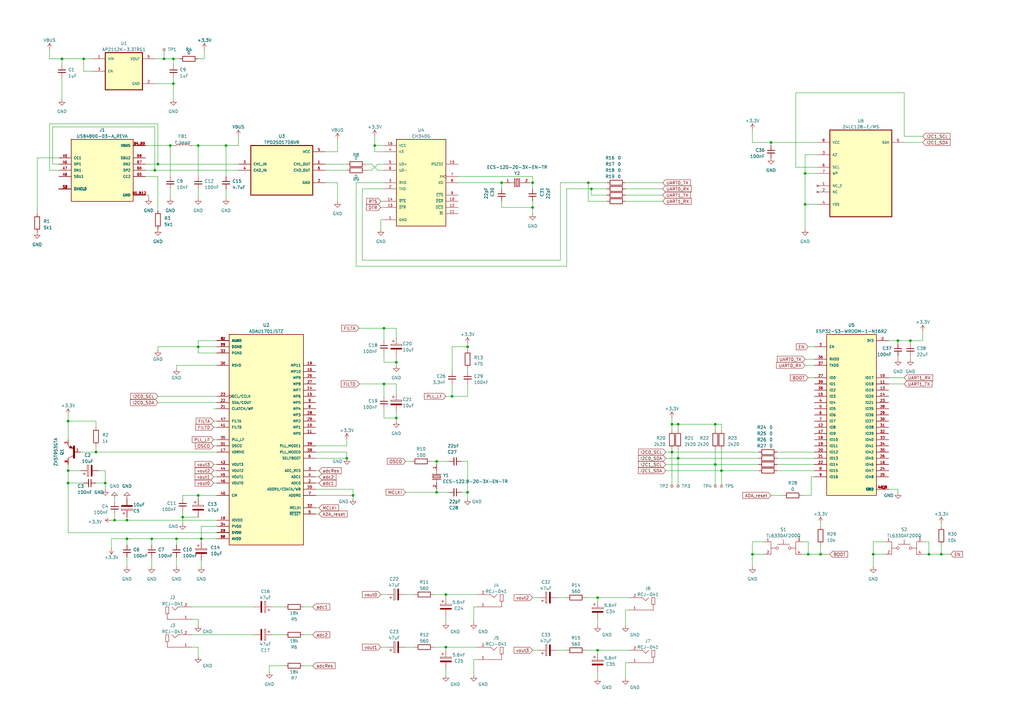
<source format=kicad_sch>
(kicad_sch (version 20230121) (generator eeschema)
  (paper "A3")
  (lib_symbols
    (symbol "24LC128-E_MS:24LC128-E{slash}MS" (pin_names (offset 1.016))
      (property "Reference" "U" (at -4.9086 17.3964 0))
      (property "Value" "24LC128-E{slash}MS" (at -6.9426 -23.0911 0))
      (symbol "24LC128-E{slash}MS_0_0"
        (pin no_connect line (at -17.78 -7.62 0) (length 5.08) (name "NC_2") (number "1"))
        (pin no_connect line (at -17.78 -10.16 0) (length 5.08) (name "NC") (number "2"))
        (pin input line (at -17.78 5.08 0) (length 5.08) (name "A2") (number "3"))
        (pin passive line (at -17.78 -15.24 0) (length 5.08) (name "VSS") (number "4"))
        (pin bidirectional line (at 17.78 10.16 180) (length 5.08) (name "SDA") (number "5"))
        (pin input line (at -17.78 0 0) (length 5.08) (name "SCL") (number "6"))
        (pin input line (at -17.78 -2.54 0) (length 5.08) (name "WP") (number "7"))
        (pin power_in line (at -17.78 10.16 0) (length 5.08) (name "VCC") (number "8"))
      )
    )
    (symbol "ADAU1701JSTZ:ADAU1701JSTZ" (pin_names (offset 1.016))
      (property "Reference" "U" (at -15.24 45.72 0))
      (property "Value" "ADAU1701JSTZ" (at -15.2597 -48.3125 0))
      (symbol "ADAU1701JSTZ_0_0"
        (pin power_in line (at 20.32 -40.64 180) (length 5.08) (name "AGND") (number "1"))
        (pin bidirectional line (at -20.32 -5.08 0) (length 5.08) (name "MP1") (number "10"))
        (pin bidirectional line (at -20.32 -2.54 0) (length 5.08) (name "MP0") (number "11"))
        (pin power_in line (at 20.32 -38.1 180) (length 5.08) (name "DGND") (number "12"))
        (pin power_in line (at 20.32 38.1 180) (length 5.08) (name "DVDD") (number "13"))
        (pin bidirectional line (at -20.32 -20.32 0) (length 5.08) (name "MP7") (number "14"))
        (pin bidirectional line (at -20.32 -17.78 0) (length 5.08) (name "MP6") (number "15"))
        (pin bidirectional line (at -20.32 -27.94 0) (length 5.08) (name "MP10") (number "16"))
        (pin output line (at 20.32 5.08 180) (length 5.08) (name "VDRIVE") (number "17"))
        (pin power_in line (at 20.32 33.02 180) (length 5.08) (name "IOVDD") (number "18"))
        (pin bidirectional line (at -20.32 -30.48 0) (length 5.08) (name "MP11") (number "19"))
        (pin input line (at -20.32 17.78 0) (length 5.08) (name "ADC0") (number "2"))
        (pin input line (at -20.32 20.32 0) (length 5.08) (name "ADDR1/CDATA/WB") (number "20"))
        (pin bidirectional line (at 20.32 -12.7 180) (length 5.08) (name "CLATCH/WP") (number "21"))
        (pin bidirectional line (at 20.32 -15.24 180) (length 5.08) (name "SDA/COUT") (number "22"))
        (pin bidirectional clock (at 20.32 -17.78 180) (length 5.08) (name "SCL/CCLK") (number "23"))
        (pin power_in line (at 20.32 38.1 180) (length 5.08) (name "DVDD") (number "24"))
        (pin power_in line (at 20.32 -38.1 180) (length 5.08) (name "DGND") (number "25"))
        (pin bidirectional line (at -20.32 -25.4 0) (length 5.08) (name "MP9") (number "26"))
        (pin bidirectional line (at -20.32 -22.86 0) (length 5.08) (name "MP8") (number "27"))
        (pin bidirectional line (at -20.32 -10.16 0) (length 5.08) (name "MP3") (number "28"))
        (pin bidirectional line (at -20.32 -7.62 0) (length 5.08) (name "MP2") (number "29"))
        (pin input line (at -20.32 12.7 0) (length 5.08) (name "ADC_RES") (number "3"))
        (pin passive line (at 20.32 -30.48 180) (length 5.08) (name "RSVD") (number "30"))
        (pin output line (at 20.32 2.54 180) (length 5.08) (name "OSCO") (number "31"))
        (pin input line (at -20.32 27.94 0) (length 5.08) (name "MCLKI") (number "32"))
        (pin power_in line (at 20.32 -35.56 180) (length 5.08) (name "PGND") (number "33"))
        (pin power_in line (at 20.32 35.56 180) (length 5.08) (name "PVDD") (number "34"))
        (pin output line (at 20.32 0 180) (length 5.08) (name "PLL_LF") (number "35"))
        (pin power_in line (at 20.32 40.64 180) (length 5.08) (name "AVDD") (number "36"))
        (pin power_in line (at 20.32 -40.64 180) (length 5.08) (name "AGND") (number "37"))
        (pin input line (at -20.32 5.08 0) (length 5.08) (name "PLL_MODE0") (number "38"))
        (pin input line (at -20.32 2.54 0) (length 5.08) (name "PLL_MODE1") (number "39"))
        (pin input line (at -20.32 15.24 0) (length 5.08) (name "ADC1") (number "4"))
        (pin output line (at 20.32 22.86 180) (length 5.08) (name "CM") (number "40"))
        (pin output line (at 20.32 -5.08 180) (length 5.08) (name "FILTD") (number "41"))
        (pin power_in line (at 20.32 -40.64 180) (length 5.08) (name "AGND") (number "42"))
        (pin output line (at 20.32 10.16 180) (length 5.08) (name "VOUT3") (number "43"))
        (pin output line (at 20.32 12.7 180) (length 5.08) (name "VOUT2") (number "44"))
        (pin output line (at 20.32 15.24 180) (length 5.08) (name "VOUT1") (number "45"))
        (pin output line (at 20.32 17.78 180) (length 5.08) (name "VOUT0") (number "46"))
        (pin output line (at 20.32 -7.62 180) (length 5.08) (name "FILTA") (number "47"))
        (pin power_in line (at 20.32 40.64 180) (length 5.08) (name "AVDD") (number "48"))
        (pin input line (at -20.32 30.48 0) (length 5.08) (name "~{RESET}") (number "5"))
        (pin input line (at -20.32 7.62 0) (length 5.08) (name "SELFBOOT") (number "6"))
        (pin input line (at -20.32 22.86 0) (length 5.08) (name "ADDR0") (number "7"))
        (pin bidirectional line (at -20.32 -12.7 0) (length 5.08) (name "MP4") (number "8"))
        (pin bidirectional line (at -20.32 -15.24 0) (length 5.08) (name "MP5") (number "9"))
      )
    )
    (symbol "AP2112K-3.3TRG1:AP2112K-3.3TRG1" (pin_names (offset 1.016))
      (property "Reference" "U" (at -7.663 8.6476 0))
      (property "Value" "AP2112K-3.3TRG1" (at -7.6489 -11.6507 0))
      (symbol "AP2112K-3.3TRG1_0_0"
        (pin power_in line (at -12.7 5.08 0) (length 5.08) (name "VIN") (number "1"))
        (pin power_in line (at 12.7 -5.08 180) (length 5.08) (name "GND") (number "2"))
        (pin input line (at -12.7 0 0) (length 5.08) (name "EN") (number "3"))
        (pin power_in line (at 12.7 5.08 180) (length 5.08) (name "VOUT") (number "5"))
      )
    )
    (symbol "CH340G:CH340G" (pin_names (offset 1.016))
      (property "Reference" "U" (at -10.16 20.32 0))
      (property "Value" "CH340G" (at -10.16 -22.86 0))
      (symbol "CH340G_0_0"
        (pin power_in line (at 15.24 -15.24 180) (length 5.08) (name "GND") (number "1"))
        (pin input line (at -15.24 -7.62 0) (length 5.08) (name "~{DSR}") (number "10"))
        (pin input line (at -15.24 -12.7 0) (length 5.08) (name "~{RI}") (number "11"))
        (pin input line (at -15.24 -10.16 0) (length 5.08) (name "~{DCD}") (number "12"))
        (pin output line (at 15.24 -10.16 180) (length 5.08) (name "~{DTR}") (number "13"))
        (pin output line (at 15.24 -7.62 180) (length 5.08) (name "~{RTS}") (number "14"))
        (pin input line (at -15.24 7.62 0) (length 5.08) (name "RS232") (number "15"))
        (pin power_in line (at 15.24 15.24 180) (length 5.08) (name "VCC") (number "16"))
        (pin output line (at 15.24 -2.54 180) (length 5.08) (name "TXD") (number "2"))
        (pin input line (at 15.24 0 180) (length 5.08) (name "RXD") (number "3"))
        (pin power_in line (at 15.24 12.7 180) (length 5.08) (name "V3") (number "4"))
        (pin bidirectional line (at 15.24 7.62 180) (length 5.08) (name "UD+") (number "5"))
        (pin bidirectional line (at 15.24 5.08 180) (length 5.08) (name "UD-") (number "6"))
        (pin input clock (at -15.24 2.54 0) (length 5.08) (name "XI") (number "7"))
        (pin output line (at -15.24 0 0) (length 5.08) (name "XO") (number "8"))
        (pin input line (at -15.24 -5.08 0) (length 5.08) (name "~{CTS}") (number "9"))
      )
    )
    (symbol "Connector:TestPoint_Small" (pin_numbers hide) (pin_names (offset 0.762) hide)
      (property "Reference" "TP" (at 0 3.81 0))
      (property "Value" "TestPoint_Small" (at 0 2.032 0))
      (symbol "TestPoint_Small_1_1"
        (pin passive line (at 0 0 90) (length 0) (name "1") (number "1"))
      )
    )
    (symbol "Device:C_Polarized" (pin_numbers hide) (pin_names (offset 0.254))
      (property "Reference" "C" (at 0.635 2.54 0))
      (property "Value" "C_Polarized" (at 0.635 -2.54 0))
      (symbol "C_Polarized_1_1"
        (pin passive line (at 0 3.81 270) (length 2.794) (name "~") (number "1"))
        (pin passive line (at 0 -3.81 90) (length 2.794) (name "~") (number "2"))
      )
    )
    (symbol "Device:C_Small" (pin_numbers hide) (pin_names (offset 0.254) hide)
      (property "Reference" "C" (at 0.254 1.778 0))
      (property "Value" "C_Small" (at 0.254 -2.032 0))
      (symbol "C_Small_1_1"
        (pin passive line (at 0 2.54 270) (length 2.032) (name "~") (number "1"))
        (pin passive line (at 0 -2.54 90) (length 2.032) (name "~") (number "2"))
      )
    )
    (symbol "Device:L" (pin_numbers hide) (pin_names (offset 1.016) hide)
      (property "Reference" "L" (at -1.27 0 90))
      (property "Value" "L" (at 1.905 0 90))
      (symbol "L_1_1"
        (pin passive line (at 0 3.81 270) (length 1.27) (name "1") (number "1"))
        (pin passive line (at 0 -3.81 90) (length 1.27) (name "2") (number "2"))
      )
    )
    (symbol "Device:R" (pin_numbers hide) (pin_names (offset 0))
      (property "Reference" "R" (at 2.032 0 90))
      (property "Value" "R" (at 0 0 90))
      (symbol "R_1_1"
        (pin passive line (at 0 3.81 270) (length 1.27) (name "~") (number "1"))
        (pin passive line (at 0 -3.81 90) (length 1.27) (name "~") (number "2"))
      )
    )
    (symbol "ECS-120-20-3X-EN-TR:ECS-120-20-3X-EN-TR" (pin_names (offset 1.016))
      (property "Reference" "Y" (at -5.0952 2.5476 0))
      (property "Value" "ECS-120-20-3X-EN-TR" (at -5.0914 -3.8186 0))
      (symbol "ECS-120-20-3X-EN-TR_0_0"
        (pin passive line (at -5.08 0 0) (length 2.54) (name "~") (number "1"))
        (pin passive line (at 5.08 0 180) (length 2.54) (name "~") (number "2"))
      )
    )
    (symbol "ECS-122.8-20-3X-EN-TR:ECS-122.8-20-3X-EN-TR" (pin_names (offset 1.016))
      (property "Reference" "Y" (at -5.0952 2.5476 0))
      (property "Value" "ECS-122.8-20-3X-EN-TR" (at -5.0914 -3.8186 0))
      (symbol "ECS-122.8-20-3X-EN-TR_0_0"
        (pin passive line (at -5.08 0 0) (length 2.54) (name "~") (number "1"))
        (pin passive line (at 5.08 0 180) (length 2.54) (name "~") (number "2"))
      )
    )
    (symbol "ESP32-S3-WROOM-1-N16R2:ESP32-S3-WROOM-1-N16R2" (pin_names (offset 1.016))
      (property "Reference" "U" (at -10.16 34.1122 0))
      (property "Value" "ESP32-S3-WROOM-1-N16R2" (at -10.16 -35.56 0))
      (symbol "ESP32-S3-WROOM-1-N16R2_0_0"
        (pin power_in line (at 15.24 -30.48 180) (length 5.08) (name "GND") (number "1"))
        (pin bidirectional line (at 15.24 15.24 180) (length 5.08) (name "IO17") (number "10"))
        (pin bidirectional line (at 15.24 12.7 180) (length 5.08) (name "IO18") (number "11"))
        (pin bidirectional line (at -15.24 -5.08 0) (length 5.08) (name "IO8") (number "12"))
        (pin bidirectional line (at 15.24 10.16 180) (length 5.08) (name "IO19") (number "13"))
        (pin bidirectional line (at 15.24 7.62 180) (length 5.08) (name "IO20") (number "14"))
        (pin bidirectional line (at -15.24 7.62 0) (length 5.08) (name "IO3") (number "15"))
        (pin bidirectional line (at 15.24 -20.32 180) (length 5.08) (name "IO46") (number "16"))
        (pin bidirectional line (at -15.24 -7.62 0) (length 5.08) (name "IO9") (number "17"))
        (pin bidirectional line (at -15.24 -10.16 0) (length 5.08) (name "IO10") (number "18"))
        (pin bidirectional line (at -15.24 -12.7 0) (length 5.08) (name "IO11") (number "19"))
        (pin power_in line (at 15.24 30.48 180) (length 5.08) (name "3V3") (number "2"))
        (pin bidirectional line (at -15.24 -15.24 0) (length 5.08) (name "IO12") (number "20"))
        (pin bidirectional line (at -15.24 -17.78 0) (length 5.08) (name "IO13") (number "21"))
        (pin bidirectional line (at -15.24 -20.32 0) (length 5.08) (name "IO14") (number "22"))
        (pin bidirectional line (at 15.24 5.08 180) (length 5.08) (name "IO21") (number "23"))
        (pin bidirectional line (at 15.24 -22.86 180) (length 5.08) (name "IO47") (number "24"))
        (pin bidirectional line (at 15.24 -25.4 180) (length 5.08) (name "IO48") (number "25"))
        (pin bidirectional line (at 15.24 -17.78 180) (length 5.08) (name "IO45") (number "26"))
        (pin bidirectional line (at -15.24 15.24 0) (length 5.08) (name "IO0") (number "27"))
        (pin bidirectional line (at 15.24 2.54 180) (length 5.08) (name "IO35") (number "28"))
        (pin bidirectional line (at 15.24 0 180) (length 5.08) (name "IO36") (number "29"))
        (pin input line (at -15.24 27.94 0) (length 5.08) (name "EN") (number "3"))
        (pin bidirectional line (at 15.24 -2.54 180) (length 5.08) (name "IO37") (number "30"))
        (pin bidirectional line (at 15.24 -5.08 180) (length 5.08) (name "IO38") (number "31"))
        (pin bidirectional line (at 15.24 -7.62 180) (length 5.08) (name "IO39") (number "32"))
        (pin bidirectional line (at 15.24 -10.16 180) (length 5.08) (name "IO40") (number "33"))
        (pin bidirectional line (at 15.24 -12.7 180) (length 5.08) (name "IO41") (number "34"))
        (pin bidirectional line (at 15.24 -15.24 180) (length 5.08) (name "IO42") (number "35"))
        (pin bidirectional line (at -15.24 22.86 0) (length 5.08) (name "RXD0") (number "36"))
        (pin bidirectional line (at -15.24 20.32 0) (length 5.08) (name "TXD0") (number "37"))
        (pin bidirectional line (at -15.24 10.16 0) (length 5.08) (name "IO2") (number "38"))
        (pin bidirectional line (at -15.24 12.7 0) (length 5.08) (name "IO1") (number "39"))
        (pin bidirectional line (at -15.24 5.08 0) (length 5.08) (name "IO4") (number "4"))
        (pin power_in line (at 15.24 -30.48 180) (length 5.08) (name "GND") (number "40"))
        (pin power_in line (at 15.24 -30.48 180) (length 5.08) (name "GND") (number "41_1"))
        (pin power_in line (at 15.24 -30.48 180) (length 5.08) (name "GND") (number "41_2"))
        (pin power_in line (at 15.24 -30.48 180) (length 5.08) (name "GND") (number "41_3"))
        (pin power_in line (at 15.24 -30.48 180) (length 5.08) (name "GND") (number "41_4"))
        (pin power_in line (at 15.24 -30.48 180) (length 5.08) (name "GND") (number "41_5"))
        (pin power_in line (at 15.24 -30.48 180) (length 5.08) (name "GND") (number "41_6"))
        (pin power_in line (at 15.24 -30.48 180) (length 5.08) (name "GND") (number "41_7"))
        (pin power_in line (at 15.24 -30.48 180) (length 5.08) (name "GND") (number "41_8"))
        (pin power_in line (at 15.24 -30.48 180) (length 5.08) (name "GND") (number "41_9"))
        (pin bidirectional line (at -15.24 2.54 0) (length 5.08) (name "IO5") (number "5"))
        (pin bidirectional line (at -15.24 0 0) (length 5.08) (name "IO6") (number "6"))
        (pin bidirectional line (at -15.24 -2.54 0) (length 5.08) (name "IO7") (number "7"))
        (pin bidirectional line (at -15.24 -22.86 0) (length 5.08) (name "IO15") (number "8"))
        (pin bidirectional line (at -15.24 -25.4 0) (length 5.08) (name "IO16") (number "9"))
      )
    )
    (symbol "RCJ-041:RCJ-041" (pin_names (offset 1.016))
      (property "Reference" "J" (at -5.6324 4.096 0))
      (property "Value" "RCJ-041" (at -5.1169 -5.6268 0))
      (symbol "RCJ-041_0_0"
        (pin passive line (at 5.08 -2.54 180) (length 5.08) (name "~") (number "1"))
        (pin passive line (at 5.08 2.54 180) (length 5.08) (name "~") (number "2"))
      )
    )
    (symbol "TL6330AF200Q:TL6330AF200Q" (pin_names (offset 1.016))
      (property "Reference" "S" (at -5.08 5.08 0))
      (property "Value" "TL6330AF200Q" (at -5.08 -5.08 0))
      (symbol "TL6330AF200Q_0_0"
        (pin passive line (at -7.62 2.54 0) (length 2.54) (name "~") (number "1"))
        (pin passive line (at -7.62 -2.54 0) (length 2.54) (name "~") (number "2"))
        (pin passive line (at 7.62 2.54 180) (length 2.54) (name "~") (number "3"))
        (pin passive line (at 7.62 -2.54 180) (length 2.54) (name "~") (number "4"))
      )
    )
    (symbol "TPD2S017DBVR:TPD2S017DBVR" (pin_names (offset 1.016))
      (property "Reference" "U" (at -12.7 11.16 0))
      (property "Value" "TPD2S017DBVR" (at -12.7 -14.16 0))
      (symbol "TPD2S017DBVR_0_0"
        (pin output line (at 17.78 2.54 180) (length 5.08) (name "CH1_OUT") (number "1"))
        (pin power_in line (at 17.78 -5.08 180) (length 5.08) (name "GND") (number "2"))
        (pin input line (at -17.78 2.54 0) (length 5.08) (name "CH1_IN") (number "3"))
        (pin input line (at -17.78 0 0) (length 5.08) (name "CH2_IN") (number "4"))
        (pin power_in line (at 17.78 7.62 180) (length 5.08) (name "VCC") (number "5"))
        (pin output line (at 17.78 0 180) (length 5.08) (name "CH2_OUT") (number "6"))
      )
    )
    (symbol "USB4800-03-A_REVA:USB4800-03-A_REVA" (pin_names (offset 1.016))
      (property "Reference" "J" (at -12.7 13.462 0))
      (property "Value" "USB4800-03-A_REVA" (at -12.7 -13.462 0))
      (symbol "USB4800-03-A_REVA_0_0"
        (pin power_in line (at 17.78 -10.16 180) (length 5.08) (name "GND") (number "A1_B12"))
        (pin power_in line (at 17.78 10.16 180) (length 5.08) (name "VBUS") (number "A4_B9"))
        (pin bidirectional line (at -17.78 5.08 0) (length 5.08) (name "CC1") (number "A5"))
        (pin bidirectional line (at -17.78 2.54 0) (length 5.08) (name "DP1") (number "A6"))
        (pin bidirectional line (at -17.78 0 0) (length 5.08) (name "DN1") (number "A7"))
        (pin bidirectional line (at -17.78 -2.54 0) (length 5.08) (name "SBU1") (number "A8"))
        (pin power_in line (at 17.78 -10.16 180) (length 5.08) (name "GND") (number "B1_A12"))
        (pin power_in line (at 17.78 10.16 180) (length 5.08) (name "VBUS") (number "B4_A9"))
        (pin bidirectional line (at 17.78 -2.54 180) (length 5.08) (name "CC2") (number "B5"))
        (pin bidirectional line (at 17.78 0 180) (length 5.08) (name "DP2") (number "B6"))
        (pin bidirectional line (at 17.78 2.54 180) (length 5.08) (name "DN2") (number "B7"))
        (pin bidirectional line (at 17.78 5.08 180) (length 5.08) (name "SBU2") (number "B8"))
        (pin passive line (at -17.78 -7.62 0) (length 5.08) (name "SHIELD") (number "S1"))
        (pin passive line (at -17.78 -7.62 0) (length 5.08) (name "SHIELD") (number "S2"))
        (pin passive line (at -17.78 -7.62 0) (length 5.08) (name "SHIELD") (number "S3"))
        (pin passive line (at -17.78 -7.62 0) (length 5.08) (name "SHIELD") (number "S4"))
      )
    )
    (symbol "ZX5T953GTA:ZX5T953GTA" (pin_names (offset 1.016))
      (property "Reference" "Q" (at -10.1838 5.0979 0))
      (property "Value" "ZX5T953GTA" (at -10.1947 -7.6027 0))
      (symbol "ZX5T953GTA_0_0"
        (pin passive line (at -2.54 0 0) (length 2.54) (name "~") (number "1"))
        (pin passive line (at 2.54 -5.08 90) (length 2.54) (name "~") (number "2"))
        (pin passive line (at 2.54 5.08 270) (length 2.54) (name "~") (number "3"))
        (pin passive line (at 2.54 -5.08 90) (length 2.54) (name "~") (number "4"))
      )
    )
    (symbol "power:+3.3V" (power) (pin_names (offset 0))
      (property "Value" "+3.3V" (at 0 3.556 0))
      (symbol "+3.3V_1_1"
        (pin power_in line (at 0 0 90) (length 0) hide (name "+3.3V") (number "1"))
      )
    )
    (symbol "power:GND" (power) (pin_names (offset 0))
      (property "Value" "GND" (at 0 -3.81 0))
      (symbol "GND_1_1"
        (pin power_in line (at 0 0 270) (length 0) hide (name "GND") (number "1"))
      )
    )
    (symbol "power:VBUS" (power) (pin_names (offset 0))
      (property "Value" "VBUS" (at 0 3.81 0))
      (symbol "VBUS_1_1"
        (pin power_in line (at 0 0 90) (length 0) hide (name "VBUS") (number "1"))
      )
    )
  )
  (junction (at 157.48 157.48))
  (junction (at 242.57 77.47))
  (junction (at 373.38 139.7))
  (junction (at 74.93 212.09))
  (junction (at 62.23 220.98))
  (junction (at 27.94 193.04))
  (junction (at 330.2 71.12))
  (junction (at 67.31 24.13))
  (junction (at 144.78 203.2))
  (junction (at 316.23 58.42))
  (junction (at 27.94 172.72))
  (junction (at 52.07 213.36))
  (junction (at 336.55 227.33))
  (junction (at 81.28 203.2))
  (junction (at 278.13 187.96))
  (junction (at 157.48 134.62))
  (junction (at 81.28 142.24))
  (junction (at 46.99 213.36))
  (junction (at 34.29 24.13))
  (junction (at 43.18 198.12))
  (junction (at 162.56 148.59))
  (junction (at 92.71 59.69))
  (junction (at 293.37 173.99))
  (junction (at 191.77 201.93))
  (junction (at 39.37 185.42))
  (junction (at 275.59 185.42))
  (junction (at 82.55 220.98))
  (junction (at 205.74 74.93))
  (junction (at 330.2 83.82))
  (junction (at 185.42 162.56))
  (junction (at 368.3 139.7))
  (junction (at 386.08 227.33))
  (junction (at 245.11 245.11))
  (junction (at 64.77 67.31))
  (junction (at 27.94 198.12))
  (junction (at 179.07 201.93))
  (junction (at 153.67 59.69))
  (junction (at 142.24 187.96))
  (junction (at 182.88 243.84))
  (junction (at 308.61 227.33))
  (junction (at 245.11 266.7))
  (junction (at 275.59 173.99))
  (junction (at 218.44 85.09))
  (junction (at 278.13 173.99))
  (junction (at 63.5 69.85))
  (junction (at 331.47 227.33))
  (junction (at 358.14 227.33))
  (junction (at 162.56 171.45))
  (junction (at 191.77 142.24))
  (junction (at 182.88 265.43))
  (junction (at 293.37 190.5))
  (junction (at 81.28 59.69))
  (junction (at 25.4 24.13))
  (junction (at 295.91 193.04))
  (junction (at 71.12 24.13))
  (junction (at 71.12 34.29))
  (junction (at 72.39 220.98))
  (junction (at 69.85 59.69))
  (junction (at 52.07 220.98))
  (junction (at 381 227.33))
  (junction (at 241.3 74.93))
  (junction (at 218.44 74.93))
  (junction (at 179.07 189.23))
  (wire (pts (xy 97.79 55.88) (xy 97.79 59.69)))
  (wire (pts (xy 318.77 187.96) (xy 334.01 187.96)))
  (wire (pts (xy 218.44 77.47) (xy 218.44 74.93)))
  (wire (pts (xy 330.2 71.12) (xy 335.28 71.12)))
  (wire (pts (xy 278.13 187.96) (xy 311.15 187.96)))
  (wire (pts (xy 185.42 152.4) (xy 185.42 142.24)))
  (wire (pts (xy 87.63 190.5) (xy 88.9 190.5)))
  (wire (pts (xy 179.07 201.93) (xy 184.15 201.93)))
  (wire (pts (xy 370.84 58.42) (xy 378.46 58.42)))
  (wire (pts (xy 146.05 74.93) (xy 146.05 109.22)))
  (wire (pts (xy 72.39 149.86) (xy 72.39 151.13)))
  (wire (pts (xy 194.31 276.86) (xy 194.31 270.51)))
  (wire (pts (xy 21.59 67.31) (xy 21.59 52.07)))
  (wire (pts (xy 144.78 200.66) (xy 144.78 203.2)))
  (wire (pts (xy 92.71 59.69) (xy 97.79 59.69)))
  (wire (pts (xy 87.63 195.58) (xy 88.9 195.58)))
  (wire (pts (xy 275.59 185.42) (xy 275.59 199.39)))
  (wire (pts (xy 43.18 193.04) (xy 43.18 198.12)))
  (wire (pts (xy 185.42 142.24) (xy 191.77 142.24)))
  (wire (pts (xy 78.74 260.35) (xy 104.14 260.35)))
  (wire (pts (xy 182.88 265.43) (xy 195.58 265.43)))
  (wire (pts (xy 81.28 77.47) (xy 81.28 81.28)))
  (wire (pts (xy 154.94 67.31) (xy 157.48 67.31)))
  (wire (pts (xy 138.43 57.15) (xy 138.43 62.23)))
  (wire (pts (xy 69.85 59.69) (xy 69.85 72.39)))
  (wire (pts (xy 147.32 157.48) (xy 157.48 157.48)))
  (wire (pts (xy 129.54 208.28) (xy 130.81 208.28)))
  (wire (pts (xy 20.32 69.85) (xy 20.32 50.8)))
  (wire (pts (xy 241.3 74.93) (xy 248.92 74.93)))
  (wire (pts (xy 156.21 85.09) (xy 157.48 85.09)))
  (wire (pts (xy 293.37 173.99) (xy 295.91 173.99)))
  (wire (pts (xy 358.14 227.33) (xy 358.14 232.41)))
  (wire (pts (xy 330.2 63.5) (xy 330.2 71.12)))
  (wire (pts (xy 153.67 62.23) (xy 153.67 59.69)))
  (wire (pts (xy 81.28 59.69) (xy 92.71 59.69)))
  (wire (pts (xy 138.43 74.93) (xy 138.43 82.55)))
  (wire (pts (xy 177.8 243.84) (xy 182.88 243.84)))
  (wire (pts (xy 24.13 69.85) (xy 20.32 69.85)))
  (wire (pts (xy 275.59 185.42) (xy 311.15 185.42)))
  (wire (pts (xy 69.85 77.47) (xy 69.85 81.28)))
  (wire (pts (xy 63.5 34.29) (xy 71.12 34.29)))
  (wire (pts (xy 67.31 20.32) (xy 67.31 24.13)))
  (wire (pts (xy 218.44 266.7) (xy 220.98 266.7)))
  (wire (pts (xy 293.37 173.99) (xy 293.37 176.53)))
  (wire (pts (xy 74.93 204.47) (xy 74.93 203.2)))
  (wire (pts (xy 129.54 193.04) (xy 130.81 193.04)))
  (wire (pts (xy 218.44 72.39) (xy 218.44 74.93)))
  (wire (pts (xy 364.49 200.66) (xy 368.3 200.66)))
  (wire (pts (xy 81.28 142.24) (xy 64.77 142.24)))
  (wire (pts (xy 205.74 85.09) (xy 218.44 85.09)))
  (wire (pts (xy 368.3 146.05) (xy 368.3 147.32)))
  (wire (pts (xy 275.59 184.15) (xy 275.59 185.42)))
  (wire (pts (xy 278.13 173.99) (xy 293.37 173.99)))
  (wire (pts (xy 92.71 77.47) (xy 92.71 81.28)))
  (wire (pts (xy 15.24 64.77) (xy 15.24 87.63)))
  (wire (pts (xy 378.46 222.25) (xy 381 222.25)))
  (wire (pts (xy 74.93 203.2) (xy 81.28 203.2)))
  (wire (pts (xy 38.1 29.21) (xy 34.29 29.21)))
  (wire (pts (xy 293.37 190.5) (xy 293.37 199.39)))
  (wire (pts (xy 278.13 187.96) (xy 278.13 199.39)))
  (wire (pts (xy 39.37 182.88) (xy 39.37 185.42)))
  (wire (pts (xy 157.48 157.48) (xy 157.48 162.56)))
  (wire (pts (xy 156.21 82.55) (xy 157.48 82.55)))
  (wire (pts (xy 156.21 243.84) (xy 158.75 243.84)))
  (wire (pts (xy 326.39 68.58) (xy 326.39 38.1)))
  (wire (pts (xy 146.05 109.22) (xy 232.41 109.22)))
  (wire (pts (xy 60.96 80.01) (xy 60.96 81.28)))
  (wire (pts (xy 129.54 210.82) (xy 130.81 210.82)))
  (wire (pts (xy 187.96 72.39) (xy 218.44 72.39)))
  (wire (pts (xy 25.4 24.13) (xy 25.4 26.67)))
  (wire (pts (xy 64.77 142.24) (xy 64.77 143.51)))
  (wire (pts (xy 191.77 162.56) (xy 185.42 162.56)))
  (wire (pts (xy 273.05 187.96) (xy 278.13 187.96)))
  (wire (pts (xy 81.28 265.43) (xy 81.28 269.24)))
  (wire (pts (xy 217.17 74.93) (xy 218.44 74.93)))
  (wire (pts (xy 157.48 167.64) (xy 157.48 171.45)))
  (wire (pts (xy 62.23 228.6) (xy 62.23 232.41)))
  (wire (pts (xy 275.59 171.45) (xy 275.59 173.99)))
  (wire (pts (xy 45.72 213.36) (xy 46.99 213.36)))
  (wire (pts (xy 157.48 144.78) (xy 157.48 148.59)))
  (wire (pts (xy 273.05 185.42) (xy 275.59 185.42)))
  (wire (pts (xy 182.88 243.84) (xy 182.88 245.11)))
  (wire (pts (xy 364.49 157.48) (xy 370.84 157.48)))
  (wire (pts (xy 295.91 193.04) (xy 311.15 193.04)))
  (wire (pts (xy 82.55 220.98) (xy 72.39 220.98)))
  (wire (pts (xy 182.88 265.43) (xy 182.88 266.7)))
  (wire (pts (xy 176.53 189.23) (xy 179.07 189.23)))
  (wire (pts (xy 33.02 185.42) (xy 39.37 185.42)))
  (wire (pts (xy 373.38 139.7) (xy 373.38 140.97)))
  (wire (pts (xy 245.11 245.11) (xy 257.81 245.11)))
  (wire (pts (xy 191.77 157.48) (xy 191.77 162.56)))
  (wire (pts (xy 142.24 185.42) (xy 142.24 187.96)))
  (wire (pts (xy 78.74 265.43) (xy 81.28 265.43)))
  (wire (pts (xy 364.49 154.94) (xy 370.84 154.94)))
  (wire (pts (xy 182.88 252.73) (xy 182.88 255.27)))
  (wire (pts (xy 386.08 214.63) (xy 386.08 215.9)))
  (wire (pts (xy 368.3 139.7) (xy 368.3 140.97)))
  (wire (pts (xy 27.94 170.18) (xy 27.94 172.72)))
  (wire (pts (xy 162.56 157.48) (xy 157.48 157.48)))
  (wire (pts (xy 191.77 151.13) (xy 191.77 152.4)))
  (wire (pts (xy 373.38 146.05) (xy 373.38 147.32)))
  (wire (pts (xy 331.47 227.33) (xy 336.55 227.33)))
  (wire (pts (xy 27.94 172.72) (xy 27.94 180.34)))
  (wire (pts (xy 189.23 201.93) (xy 191.77 201.93)))
  (wire (pts (xy 129.54 195.58) (xy 130.81 195.58)))
  (wire (pts (xy 326.39 38.1) (xy 370.84 38.1)))
  (wire (pts (xy 293.37 184.15) (xy 293.37 190.5)))
  (wire (pts (xy 205.74 74.93) (xy 207.01 74.93)))
  (wire (pts (xy 275.59 173.99) (xy 275.59 176.53)))
  (wire (pts (xy 156.21 265.43) (xy 158.75 265.43)))
  (wire (pts (xy 308.61 227.33) (xy 308.61 232.41)))
  (wire (pts (xy 71.12 24.13) (xy 71.12 26.67)))
  (wire (pts (xy 157.48 62.23) (xy 153.67 62.23)))
  (wire (pts (xy 228.6 245.11) (xy 232.41 245.11)))
  (wire (pts (xy 154.94 69.85) (xy 157.48 69.85)))
  (wire (pts (xy 81.28 203.2) (xy 81.28 204.47)))
  (wire (pts (xy 332.74 203.2) (xy 332.74 195.58)))
  (wire (pts (xy 386.08 227.33) (xy 389.89 227.33)))
  (wire (pts (xy 39.37 172.72) (xy 39.37 175.26)))
  (wire (pts (xy 72.39 220.98) (xy 62.23 220.98)))
  (wire (pts (xy 87.63 175.26) (xy 88.9 175.26)))
  (wire (pts (xy 27.94 190.5) (xy 27.94 193.04)))
  (wire (pts (xy 331.47 222.25) (xy 331.47 227.33)))
  (wire (pts (xy 34.29 24.13) (xy 34.29 29.21)))
  (wire (pts (xy 182.88 162.56) (xy 185.42 162.56)))
  (wire (pts (xy 378.46 227.33) (xy 381 227.33)))
  (wire (pts (xy 205.74 74.93) (xy 205.74 77.47)))
  (wire (pts (xy 189.23 189.23) (xy 191.77 189.23)))
  (wire (pts (xy 330.2 83.82) (xy 330.2 93.98)))
  (wire (pts (xy 81.28 59.69) (xy 81.28 72.39)))
  (wire (pts (xy 156.21 90.17) (xy 156.21 93.98)))
  (wire (pts (xy 69.85 59.69) (xy 71.12 59.69)))
  (wire (pts (xy 46.99 213.36) (xy 52.07 213.36)))
  (wire (pts (xy 335.28 68.58) (xy 326.39 68.58)))
  (wire (pts (xy 162.56 146.05) (xy 162.56 148.59)))
  (wire (pts (xy 82.55 229.87) (xy 82.55 232.41)))
  (wire (pts (xy 229.87 74.93) (xy 241.3 74.93)))
  (wire (pts (xy 256.54 250.19) (xy 257.81 250.19)))
  (wire (pts (xy 157.48 77.47) (xy 148.59 77.47)))
  (wire (pts (xy 52.07 220.98) (xy 52.07 223.52)))
  (wire (pts (xy 74.93 212.09) (xy 74.93 214.63)))
  (wire (pts (xy 148.59 106.68) (xy 229.87 106.68)))
  (wire (pts (xy 87.63 167.64) (xy 88.9 167.64)))
  (wire (pts (xy 52.07 220.98) (xy 45.72 220.98)))
  (wire (pts (xy 111.76 248.92) (xy 116.84 248.92)))
  (wire (pts (xy 240.03 266.7) (xy 245.11 266.7)))
  (wire (pts (xy 46.99 204.47) (xy 46.99 205.74)))
  (wire (pts (xy 74.93 209.55) (xy 74.93 212.09)))
  (wire (pts (xy 59.69 59.69) (xy 69.85 59.69)))
  (wire (pts (xy 229.87 106.68) (xy 229.87 74.93)))
  (wire (pts (xy 52.07 213.36) (xy 88.9 213.36)))
  (wire (pts (xy 275.59 173.99) (xy 278.13 173.99)))
  (wire (pts (xy 194.31 255.27) (xy 194.31 248.92)))
  (wire (pts (xy 64.77 165.1) (xy 88.9 165.1)))
  (wire (pts (xy 318.77 193.04) (xy 334.01 193.04)))
  (wire (pts (xy 256.54 74.93) (xy 271.78 74.93)))
  (wire (pts (xy 240.03 245.11) (xy 245.11 245.11)))
  (wire (pts (xy 138.43 62.23) (xy 133.35 62.23)))
  (wire (pts (xy 177.8 265.43) (xy 182.88 265.43)))
  (wire (pts (xy 162.56 168.91) (xy 162.56 171.45)))
  (wire (pts (xy 81.28 142.24) (xy 81.28 144.78)))
  (wire (pts (xy 27.94 193.04) (xy 33.02 193.04)))
  (wire (pts (xy 110.49 275.59) (xy 110.49 273.05)))
  (wire (pts (xy 232.41 109.22) (xy 232.41 77.47)))
  (wire (pts (xy 82.55 215.9) (xy 82.55 220.98)))
  (wire (pts (xy 245.11 275.59) (xy 245.11 278.13)))
  (wire (pts (xy 92.71 59.69) (xy 92.71 72.39)))
  (wire (pts (xy 187.96 74.93) (xy 205.74 74.93)))
  (wire (pts (xy 67.31 24.13) (xy 71.12 24.13)))
  (wire (pts (xy 295.91 193.04) (xy 295.91 199.39)))
  (wire (pts (xy 148.59 77.47) (xy 148.59 106.68)))
  (wire (pts (xy 293.37 190.5) (xy 311.15 190.5)))
  (wire (pts (xy 318.77 185.42) (xy 334.01 185.42)))
  (wire (pts (xy 87.63 182.88) (xy 88.9 182.88)))
  (wire (pts (xy 370.84 38.1) (xy 370.84 55.88)))
  (wire (pts (xy 129.54 182.88) (xy 142.24 182.88)))
  (wire (pts (xy 152.4 67.31) (xy 154.94 69.85)))
  (wire (pts (xy 27.94 193.04) (xy 27.94 198.12)))
  (wire (pts (xy 62.23 220.98) (xy 52.07 220.98)))
  (wire (pts (xy 87.63 198.12) (xy 88.9 198.12)))
  (wire (pts (xy 157.48 90.17) (xy 156.21 90.17)))
  (wire (pts (xy 129.54 187.96) (xy 142.24 187.96)))
  (wire (pts (xy 218.44 85.09) (xy 218.44 82.55)))
  (wire (pts (xy 46.99 210.82) (xy 46.99 213.36)))
  (wire (pts (xy 21.59 52.07) (xy 63.5 52.07)))
  (wire (pts (xy 157.48 74.93) (xy 146.05 74.93)))
  (wire (pts (xy 64.77 72.39) (xy 64.77 86.36)))
  (wire (pts (xy 162.56 171.45) (xy 162.56 172.72)))
  (wire (pts (xy 147.32 134.62) (xy 157.48 134.62)))
  (wire (pts (xy 328.93 222.25) (xy 331.47 222.25)))
  (wire (pts (xy 191.77 142.24) (xy 191.77 143.51)))
  (wire (pts (xy 166.37 189.23) (xy 168.91 189.23)))
  (wire (pts (xy 72.39 149.86) (xy 88.9 149.86)))
  (wire (pts (xy 110.49 273.05) (xy 116.84 273.05)))
  (wire (pts (xy 153.67 59.69) (xy 157.48 59.69)))
  (wire (pts (xy 179.07 189.23) (xy 184.15 189.23)))
  (wire (pts (xy 295.91 176.53) (xy 295.91 173.99)))
  (wire (pts (xy 162.56 161.29) (xy 162.56 157.48)))
  (wire (pts (xy 241.3 74.93) (xy 241.3 82.55)))
  (wire (pts (xy 72.39 228.6) (xy 72.39 232.41)))
  (wire (pts (xy 60.96 80.01) (xy 59.69 80.01)))
  (wire (pts (xy 87.63 180.34) (xy 88.9 180.34)))
  (wire (pts (xy 313.69 222.25) (xy 308.61 222.25)))
  (wire (pts (xy 38.1 24.13) (xy 34.29 24.13)))
  (wire (pts (xy 81.28 254) (xy 81.28 256.54)))
  (wire (pts (xy 138.43 74.93) (xy 133.35 74.93)))
  (wire (pts (xy 71.12 34.29) (xy 71.12 40.64)))
  (wire (pts (xy 364.49 139.7) (xy 368.3 139.7)))
  (wire (pts (xy 328.93 227.33) (xy 331.47 227.33)))
  (wire (pts (xy 129.54 203.2) (xy 144.78 203.2)))
  (wire (pts (xy 241.3 82.55) (xy 248.92 82.55)))
  (wire (pts (xy 336.55 223.52) (xy 336.55 227.33)))
  (wire (pts (xy 273.05 193.04) (xy 295.91 193.04)))
  (wire (pts (xy 228.6 266.7) (xy 232.41 266.7)))
  (wire (pts (xy 20.32 24.13) (xy 20.32 20.32)))
  (wire (pts (xy 43.18 198.12) (xy 43.18 200.66)))
  (wire (pts (xy 205.74 82.55) (xy 205.74 85.09)))
  (wire (pts (xy 34.29 24.13) (xy 25.4 24.13)))
  (wire (pts (xy 129.54 185.42) (xy 142.24 185.42)))
  (wire (pts (xy 218.44 245.11) (xy 220.98 245.11)))
  (wire (pts (xy 129.54 200.66) (xy 144.78 200.66)))
  (wire (pts (xy 256.54 80.01) (xy 271.78 80.01)))
  (wire (pts (xy 157.48 134.62) (xy 157.48 139.7)))
  (wire (pts (xy 386.08 223.52) (xy 386.08 227.33)))
  (wire (pts (xy 245.11 266.7) (xy 257.81 266.7)))
  (wire (pts (xy 129.54 198.12) (xy 130.81 198.12)))
  (wire (pts (xy 256.54 256.54) (xy 256.54 250.19)))
  (wire (pts (xy 25.4 24.13) (xy 20.32 24.13)))
  (wire (pts (xy 24.13 64.77) (xy 15.24 64.77)))
  (wire (pts (xy 81.28 212.09) (xy 74.93 212.09)))
  (wire (pts (xy 25.4 31.75) (xy 25.4 40.64)))
  (wire (pts (xy 27.94 198.12) (xy 27.94 218.44)))
  (wire (pts (xy 245.11 266.7) (xy 245.11 267.97)))
  (wire (pts (xy 59.69 69.85) (xy 63.5 69.85)))
  (wire (pts (xy 330.2 83.82) (xy 335.28 83.82)))
  (wire (pts (xy 142.24 180.34) (xy 142.24 182.88)))
  (wire (pts (xy 256.54 82.55) (xy 271.78 82.55)))
  (wire (pts (xy 278.13 173.99) (xy 278.13 176.53)))
  (wire (pts (xy 245.11 254) (xy 245.11 256.54)))
  (wire (pts (xy 363.22 222.25) (xy 358.14 222.25)))
  (wire (pts (xy 64.77 50.8) (xy 64.77 67.31)))
  (wire (pts (xy 124.46 273.05) (xy 128.27 273.05)))
  (wire (pts (xy 39.37 172.72) (xy 27.94 172.72)))
  (wire (pts (xy 179.07 190.5) (xy 179.07 189.23)))
  (wire (pts (xy 39.37 198.12) (xy 43.18 198.12)))
  (wire (pts (xy 191.77 140.97) (xy 191.77 142.24)))
  (wire (pts (xy 330.2 147.32) (xy 334.01 147.32)))
  (wire (pts (xy 368.3 200.66) (xy 368.3 201.93)))
  (wire (pts (xy 39.37 185.42) (xy 88.9 185.42)))
  (wire (pts (xy 82.55 222.25) (xy 82.55 220.98)))
  (wire (pts (xy 166.37 243.84) (xy 170.18 243.84)))
  (wire (pts (xy 179.07 201.93) (xy 179.07 200.66)))
  (wire (pts (xy 370.84 55.88) (xy 378.46 55.88)))
  (wire (pts (xy 278.13 184.15) (xy 278.13 187.96)))
  (wire (pts (xy 194.31 248.92) (xy 195.58 248.92)))
  (wire (pts (xy 71.12 31.75) (xy 71.12 34.29)))
  (wire (pts (xy 83.82 20.32) (xy 83.82 24.13)))
  (wire (pts (xy 78.74 254) (xy 81.28 254)))
  (wire (pts (xy 232.41 77.47) (xy 242.57 77.47)))
  (wire (pts (xy 245.11 245.11) (xy 245.11 246.38)))
  (wire (pts (xy 62.23 220.98) (xy 62.23 223.52)))
  (wire (pts (xy 381 227.33) (xy 386.08 227.33)))
  (wire (pts (xy 88.9 144.78) (xy 81.28 144.78)))
  (wire (pts (xy 378.46 139.7) (xy 378.46 135.89)))
  (wire (pts (xy 332.74 195.58) (xy 334.01 195.58)))
  (wire (pts (xy 24.13 67.31) (xy 21.59 67.31)))
  (wire (pts (xy 45.72 224.79) (xy 45.72 220.98)))
  (wire (pts (xy 336.55 227.33) (xy 340.36 227.33)))
  (wire (pts (xy 124.46 260.35) (xy 128.27 260.35)))
  (wire (pts (xy 144.78 203.2) (xy 144.78 204.47)))
  (wire (pts (xy 316.23 203.2) (xy 321.31 203.2)))
  (wire (pts (xy 133.35 67.31) (xy 142.24 67.31)))
  (wire (pts (xy 81.28 139.7) (xy 88.9 139.7)))
  (wire (pts (xy 331.47 142.24) (xy 334.01 142.24)))
  (wire (pts (xy 256.54 271.78) (xy 257.81 271.78)))
  (wire (pts (xy 191.77 189.23) (xy 191.77 201.93)))
  (wire (pts (xy 256.54 278.13) (xy 256.54 271.78)))
  (wire (pts (xy 162.56 148.59) (xy 157.48 148.59)))
  (wire (pts (xy 373.38 139.7) (xy 378.46 139.7)))
  (wire (pts (xy 63.5 69.85) (xy 97.79 69.85)))
  (wire (pts (xy 194.31 270.51) (xy 195.58 270.51)))
  (wire (pts (xy 273.05 190.5) (xy 293.37 190.5)))
  (wire (pts (xy 78.74 59.69) (xy 81.28 59.69)))
  (wire (pts (xy 59.69 67.31) (xy 64.77 67.31)))
  (wire (pts (xy 256.54 77.47) (xy 271.78 77.47)))
  (wire (pts (xy 308.61 222.25) (xy 308.61 227.33)))
  (wire (pts (xy 81.28 24.13) (xy 83.82 24.13)))
  (wire (pts (xy 52.07 213.36) (xy 52.07 212.09)))
  (wire (pts (xy 166.37 265.43) (xy 170.18 265.43)))
  (wire (pts (xy 368.3 139.7) (xy 373.38 139.7)))
  (wire (pts (xy 331.47 154.94) (xy 334.01 154.94)))
  (wire (pts (xy 59.69 72.39) (xy 64.77 72.39)))
  (wire (pts (xy 27.94 218.44) (xy 88.9 218.44)))
  (wire (pts (xy 295.91 184.15) (xy 295.91 193.04)))
  (wire (pts (xy 166.37 201.93) (xy 179.07 201.93)))
  (wire (pts (xy 82.55 215.9) (xy 88.9 215.9)))
  (wire (pts (xy 88.9 203.2) (xy 81.28 203.2)))
  (wire (pts (xy 40.64 193.04) (xy 43.18 193.04)))
  (wire (pts (xy 133.35 69.85) (xy 142.24 69.85)))
  (wire (pts (xy 330.2 71.12) (xy 330.2 83.82)))
  (wire (pts (xy 330.2 149.86) (xy 334.01 149.86)))
  (wire (pts (xy 318.77 190.5) (xy 334.01 190.5)))
  (wire (pts (xy 242.57 80.01) (xy 242.57 77.47)))
  (wire (pts (xy 316.23 58.42) (xy 335.28 58.42)))
  (wire (pts (xy 111.76 260.35) (xy 116.84 260.35)))
  (wire (pts (xy 27.94 198.12) (xy 34.29 198.12)))
  (wire (pts (xy 20.32 50.8) (xy 64.77 50.8)))
  (wire (pts (xy 81.28 142.24) (xy 88.9 142.24)))
  (wire (pts (xy 64.77 162.56) (xy 88.9 162.56)))
  (wire (pts (xy 358.14 222.25) (xy 358.14 227.33)))
  (wire (pts (xy 185.42 162.56) (xy 185.42 157.48)))
  (wire (pts (xy 308.61 53.34) (xy 308.61 58.42)))
  (wire (pts (xy 162.56 171.45) (xy 157.48 171.45)))
  (wire (pts (xy 153.67 55.88) (xy 153.67 59.69)))
  (wire (pts (xy 82.55 220.98) (xy 88.9 220.98)))
  (wire (pts (xy 381 222.25) (xy 381 227.33)))
  (wire (pts (xy 191.77 201.93) (xy 191.77 204.47)))
  (wire (pts (xy 63.5 52.07) (xy 63.5 69.85)))
  (wire (pts (xy 358.14 227.33) (xy 363.22 227.33)))
  (wire (pts (xy 335.28 63.5) (xy 330.2 63.5)))
  (wire (pts (xy 87.63 193.04) (xy 88.9 193.04)))
  (wire (pts (xy 308.61 58.42) (xy 316.23 58.42)))
  (wire (pts (xy 72.39 220.98) (xy 72.39 223.52)))
  (wire (pts (xy 162.56 138.43) (xy 162.56 134.62)))
  (wire (pts (xy 63.5 24.13) (xy 67.31 24.13)))
  (wire (pts (xy 81.28 139.7) (xy 81.28 142.24)))
  (wire (pts (xy 71.12 24.13) (xy 73.66 24.13)))
  (wire (pts (xy 336.55 214.63) (xy 336.55 215.9)))
  (wire (pts (xy 182.88 243.84) (xy 195.58 243.84)))
  (wire (pts (xy 124.46 248.92) (xy 128.27 248.92)))
  (wire (pts (xy 162.56 148.59) (xy 162.56 149.86)))
  (wire (pts (xy 162.56 134.62) (xy 157.48 134.62)))
  (wire (pts (xy 149.86 67.31) (xy 152.4 67.31)))
  (wire (pts (xy 242.57 77.47) (xy 248.92 77.47)))
  (wire (pts (xy 182.88 274.32) (xy 182.88 276.86)))
  (wire (pts (xy 149.86 69.85) (xy 152.4 69.85)))
  (wire (pts (xy 78.74 248.92) (xy 104.14 248.92)))
  (wire (pts (xy 242.57 80.01) (xy 248.92 80.01)))
  (wire (pts (xy 308.61 227.33) (xy 313.69 227.33)))
  (wire (pts (xy 152.4 69.85) (xy 154.94 67.31)))
  (wire (pts (xy 52.07 228.6) (xy 52.07 232.41)))
  (wire (pts (xy 218.44 85.09) (xy 218.44 87.63)))
  (wire (pts (xy 316.23 58.42) (xy 316.23 59.69)))
  (wire (pts (xy 328.93 203.2) (xy 332.74 203.2)))
  (wire (pts (xy 87.63 172.72) (xy 88.9 172.72)))
  (wire (pts (xy 64.77 67.31) (xy 97.79 67.31)))
  (global_label "I2C1_SCL" (shape input) (at 273.05 190.5 180) (property "Intersheetrefs" "${INTERSHEET_REFS}" (effects hide)))
  (global_label "vout3" (shape input) (at 87.63 190.5 180) (property "Intersheetrefs" "${INTERSHEET_REFS}" (effects hide)))
  (global_label "I2C0_SDA" (shape input) (at 273.05 187.96 180) (property "Intersheetrefs" "${INTERSHEET_REFS}" (effects hide)))
  (global_label "DTR" (shape input) (at 156.21 85.09 180) (property "Intersheetrefs" "${INTERSHEET_REFS}" (effects hide)))
  (global_label "FILTD" (shape input) (at 87.63 175.26 180) (property "Intersheetrefs" "${INTERSHEET_REFS}" (effects hide)))
  (global_label "PLL_LF" (shape input) (at 182.88 162.56 180) (property "Intersheetrefs" "${INTERSHEET_REFS}" (effects hide)))
  (global_label "MCLKI" (shape input) (at 130.81 208.28 0) (property "Intersheetrefs" "${INTERSHEET_REFS}" (effects hide)))
  (global_label "MCLKI" (shape input) (at 166.37 201.93 180) (property "Intersheetrefs" "${INTERSHEET_REFS}" (effects hide)))
  (global_label "BOOT" (shape input) (at 331.47 154.94 180) (property "Intersheetrefs" "${INTERSHEET_REFS}" (effects hide)))
  (global_label "I2C0_SCL" (shape input) (at 64.77 162.56 180) (property "Intersheetrefs" "${INTERSHEET_REFS}" (effects hide)))
  (global_label "UART0_TX" (shape input) (at 330.2 147.32 180) (property "Intersheetrefs" "${INTERSHEET_REFS}" (effects hide)))
  (global_label "vout1" (shape input) (at 87.63 195.58 180) (property "Intersheetrefs" "${INTERSHEET_REFS}" (effects hide)))
  (global_label "EN" (shape input) (at 331.47 142.24 180) (property "Intersheetrefs" "${INTERSHEET_REFS}" (effects hide)))
  (global_label "adcRes" (shape input) (at 130.81 193.04 0) (property "Intersheetrefs" "${INTERSHEET_REFS}" (effects hide)))
  (global_label "FILTD" (shape input) (at 147.32 157.48 180) (property "Intersheetrefs" "${INTERSHEET_REFS}" (effects hide)))
  (global_label "adcRes" (shape input) (at 128.27 273.05 0) (property "Intersheetrefs" "${INTERSHEET_REFS}" (effects hide)))
  (global_label "UART0_TX" (shape input) (at 271.78 74.93 0) (property "Intersheetrefs" "${INTERSHEET_REFS}" (effects hide)))
  (global_label "RTS" (shape input) (at 156.21 82.55 180) (property "Intersheetrefs" "${INTERSHEET_REFS}" (effects hide)))
  (global_label "vout2" (shape input) (at 87.63 193.04 180) (property "Intersheetrefs" "${INTERSHEET_REFS}" (effects hide)))
  (global_label "ADA_reset" (shape input) (at 316.23 203.2 180) (property "Intersheetrefs" "${INTERSHEET_REFS}" (effects hide)))
  (global_label "FILTA" (shape input) (at 147.32 134.62 180) (property "Intersheetrefs" "${INTERSHEET_REFS}" (effects hide)))
  (global_label "UART0_RX" (shape input) (at 271.78 77.47 0) (property "Intersheetrefs" "${INTERSHEET_REFS}" (effects hide)))
  (global_label "UART1_RX" (shape input) (at 271.78 82.55 0) (property "Intersheetrefs" "${INTERSHEET_REFS}" (effects hide)))
  (global_label "UART0_RX" (shape input) (at 330.2 149.86 180) (property "Intersheetrefs" "${INTERSHEET_REFS}" (effects hide)))
  (global_label "I2C1_SDA" (shape input) (at 273.05 193.04 180) (property "Intersheetrefs" "${INTERSHEET_REFS}" (effects hide)))
  (global_label "PLL_LF" (shape input) (at 87.63 180.34 180) (property "Intersheetrefs" "${INTERSHEET_REFS}" (effects hide)))
  (global_label "vout1" (shape input) (at 156.21 265.43 180) (property "Intersheetrefs" "${INTERSHEET_REFS}" (effects hide)))
  (global_label "OSCO" (shape input) (at 166.37 189.23 180) (property "Intersheetrefs" "${INTERSHEET_REFS}" (effects hide)))
  (global_label "I2C1_SDA" (shape input) (at 378.46 58.42 0) (property "Intersheetrefs" "${INTERSHEET_REFS}" (effects hide)))
  (global_label "adc2" (shape input) (at 128.27 260.35 0) (property "Intersheetrefs" "${INTERSHEET_REFS}" (effects hide)))
  (global_label "adc1" (shape input) (at 128.27 248.92 0) (property "Intersheetrefs" "${INTERSHEET_REFS}" (effects hide)))
  (global_label "adc2" (shape input) (at 130.81 195.58 0) (property "Intersheetrefs" "${INTERSHEET_REFS}" (effects hide)))
  (global_label "vout2" (shape input) (at 218.44 245.11 180) (property "Intersheetrefs" "${INTERSHEET_REFS}" (effects hide)))
  (global_label "UART1_TX" (shape input) (at 271.78 80.01 0) (property "Intersheetrefs" "${INTERSHEET_REFS}" (effects hide)))
  (global_label "I2C1_SCL" (shape input) (at 378.46 55.88 0) (property "Intersheetrefs" "${INTERSHEET_REFS}" (effects hide)))
  (global_label "UART1_TX" (shape input) (at 370.84 157.48 0) (property "Intersheetrefs" "${INTERSHEET_REFS}" (effects hide)))
  (global_label "I2C0_SCL" (shape input) (at 273.05 185.42 180) (property "Intersheetrefs" "${INTERSHEET_REFS}" (effects hide)))
  (global_label "adc1" (shape input) (at 130.81 198.12 0) (property "Intersheetrefs" "${INTERSHEET_REFS}" (effects hide)))
  (global_label "OSCO" (shape input) (at 87.63 182.88 180) (property "Intersheetrefs" "${INTERSHEET_REFS}" (effects hide)))
  (global_label "vout0" (shape input) (at 87.63 198.12 180) (property "Intersheetrefs" "${INTERSHEET_REFS}" (effects hide)))
  (global_label "ADA_reset" (shape input) (at 130.81 210.82 0) (property "Intersheetrefs" "${INTERSHEET_REFS}" (effects hide)))
  (global_label "FILTA" (shape input) (at 87.63 172.72 180) (property "Intersheetrefs" "${INTERSHEET_REFS}" (effects hide)))
  (global_label "I2C0_SDA" (shape input) (at 64.77 165.1 180) (property "Intersheetrefs" "${INTERSHEET_REFS}" (effects hide)))
  (global_label "EN" (shape input) (at 389.89 227.33 0) (property "Intersheetrefs" "${INTERSHEET_REFS}" (effects hide)))
  (global_label "UART1_RX" (shape input) (at 370.84 154.94 0) (property "Intersheetrefs" "${INTERSHEET_REFS}" (effects hide)))
  (global_label "vout3" (shape input) (at 218.44 266.7 180) (property "Intersheetrefs" "${INTERSHEET_REFS}" (effects hide)))
  (global_label "BOOT" (shape input) (at 340.36 227.33 0) (property "Intersheetrefs" "${INTERSHEET_REFS}" (effects hide)))
  (global_label "vout0" (shape input) (at 156.21 243.84 180) (property "Intersheetrefs" "${INTERSHEET_REFS}" (effects hide)))
  (symbol (lib_id "power:GND") (at 52.07 204.47 0) (mirror x) (unit 1)
    (property "Reference" "#PWR09" (effects hide))
    (property "Value" "GND" (at 52.07 199.39 0))
  )
  (symbol (lib_id "power:GND") (at 74.93 214.63 0) (unit 1)
    (property "Reference" "#PWR019" (effects hide))
    (property "Value" "GND" (at 71.12 215.9 0))
  )
  (symbol (lib_id "Device:C_Small") (at 52.07 226.06 0) (unit 1)
    (property "Reference" "C6" (at 54.61 225.4313 0) (effects (justify left)))
    (property "Value" "100nF" (at 54.61 227.9713 0) (effects (justify left)))
    (property "Footprint" "Capacitor_SMD:C_0603_1608Metric" (effects hide))
  )
  (symbol (lib_id "CH340G:CH340G") (at 172.72 74.93 0) (mirror y) (unit 1)
    (property "Reference" "U4" (at 172.72 53.34 0))
    (property "Value" "CH340G" (at 172.72 55.88 0))
    (property "Footprint" "SOIC127P600X180-16N" (effects hide))
    (property "PARTREV" "2G" (effects hide))
    (property "MANUFACTURER" "WCH" (effects hide))
    (property "MAXIMUM_PACKAGE_HEIGHT" "1.8 mm" (effects hide))
    (property "STANDARD" "IPC 7351B" (effects hide))
  )
  (symbol (lib_id "power:GND") (at 245.11 278.13 0) (unit 1)
    (property "Reference" "#PWR045" (effects hide))
    (property "Value" "GND" (at 248.92 281.94 0))
  )
  (symbol (lib_id "TPD2S017DBVR:TPD2S017DBVR") (at 115.57 69.85 0) (unit 1)
    (property "Reference" "U3" (at 115.57 55.88 0))
    (property "Value" "TPD2S017DBVR" (at 115.57 58.42 0))
    (property "Footprint" "SOT95P280X145-6N" (effects hide))
  )
  (symbol (lib_id "power:GND") (at 138.43 82.55 0) (unit 1)
    (property "Reference" "#PWR029" (effects hide))
    (property "Value" "GND" (at 138.43 87.63 0))
  )
  (symbol (lib_id "Device:C_Polarized") (at 81.28 208.28 0) (unit 1)
    (property "Reference" "C13" (at 85.09 206.756 0) (effects (justify left)))
    (property "Value" "47uF" (at 85.09 209.296 0) (effects (justify left)))
    (property "Footprint" "Capacitor_Tantalum_SMD:CP_EIA-1608-08_AVX-J" (effects hide))
  )
  (symbol (lib_id "Device:C_Small") (at 72.39 226.06 0) (unit 1)
    (property "Reference" "C10" (at 74.93 225.4313 0) (effects (justify left)))
    (property "Value" "100nF" (at 74.93 227.9713 0) (effects (justify left)))
    (property "Footprint" "Capacitor_SMD:C_0603_1608Metric" (effects hide))
  )
  (symbol (lib_id "Connector:TestPoint_Small") (at 275.59 199.39 0) (unit 1)
    (property "Reference" "TP2" (at 270.51 199.39 0) (effects (justify left)))
    (property "Value" "TestPoint_Small" (effects hide))
    (property "Footprint" "TestPoint:TestPoint_Loop_D2.60mm_Drill1.4mm_Beaded" (effects hide))
  )
  (symbol (lib_id "ESP32-S3-WROOM-1-N16R2:ESP32-S3-WROOM-1-N16R2") (at 349.25 170.18 0) (unit 1)
    (property "Reference" "U5" (at 349.25 133.35 0))
    (property "Value" "ESP32-S3-WROOM-1-N16R2" (at 349.25 135.89 0))
    (property "Footprint" "ESP32-S3-WROOM-1-N16R2:XCVR_ESP32-S3-WROOM-1-N16R2" (effects hide))
    (property "PARTREV" "v1.0" (effects hide))
    (property "MANUFACTURER" "Espressif" (effects hide))
    (property "MAXIMUM_PACKAGE_HEIGHT" "3.25mm" (effects hide))
    (property "STANDARD" "Manufacturer Recommendations" (effects hide))
  )
  (symbol (lib_id "power:GND") (at 218.44 87.63 0) (unit 1)
    (property "Reference" "#PWR043" (effects hide))
    (property "Value" "GND" (at 218.44 92.71 0))
  )
  (symbol (lib_id "power:GND") (at 194.31 255.27 0) (unit 1)
    (property "Reference" "#PWR041" (effects hide))
    (property "Value" "GND" (at 198.12 259.08 0))
  )
  (symbol (lib_id "power:+3.3V") (at 386.08 214.63 0) (unit 1)
    (property "Reference" "#PWR059" (effects hide))
    (property "Value" "+3.3V" (at 386.08 210.82 0))
  )
  (symbol (lib_id "Device:C_Polarized") (at 107.95 248.92 270) (mirror x) (unit 1)
    (property "Reference" "C16" (at 108.839 242.57 90))
    (property "Value" "47uF" (at 108.839 245.11 90))
    (property "Footprint" "Capacitor_Tantalum_SMD:CP_EIA-1608-08_AVX-J" (effects hide))
  )
  (symbol (lib_id "power:+3.3V") (at 142.24 180.34 0) (unit 1)
    (property "Reference" "#PWR030" (effects hide))
    (property "Value" "+3.3V" (at 142.24 176.53 0))
  )
  (symbol (lib_id "power:GND") (at 60.96 81.28 0) (unit 1)
    (property "Reference" "#PWR011" (effects hide))
    (property "Value" "GND" (at 60.96 86.36 0))
  )
  (symbol (lib_id "RCJ-041:RCJ-041") (at 73.66 251.46 0) (unit 1)
    (property "Reference" "J2" (at 70.8025 245.11 0))
    (property "Value" "RCJ-041" (at 70.8025 247.65 0))
    (property "Footprint" "CUI_RCJ-041" (effects hide))
    (property "MF" "CUI Devices" (effects hide))
    (property "DESCRIPTION" "Metal Right-Angle, RCA Jack, Black Housing and Insulation" (effects hide))
    (property "PACKAGE" "None" (effects hide))
    (property "PRICE" "None" (effects hide))
    (property "CUI_PURCHASE_URL" "https://www.cuidevices.com/product/interconnect/connectors/rca-connectors/rcj-04-series?utm_source=snapeda.com&utm_medium=referral&utm_campaign=snapedaBOM" (effects hide))
    (property "MP" "RCJ-041" (effects hide))
    (property "AVAILABILITY" "Unavailable" (effects hide))
  )
  (symbol (lib_id "Device:R") (at 173.99 243.84 270) (unit 1)
    (property "Reference" "R11" (at 173.99 238.76 90))
    (property "Value" "560" (at 173.99 241.3 90))
    (property "Footprint" "Resistor_SMD:R_0603_1608Metric" (effects hide))
  )
  (symbol (lib_id "Device:C_Small") (at 373.38 143.51 0) (unit 1)
    (property "Reference" "C38" (at 375.92 142.8813 0) (effects (justify left)))
    (property "Value" "22uF" (at 375.92 145.4213 0) (effects (justify left)))
    (property "Footprint" "Capacitor_SMD:C_0603_1608Metric" (effects hide))
  )
  (symbol (lib_id "Connector:TestPoint_Small") (at 293.37 199.39 0) (unit 1)
    (property "Reference" "TP4" (at 288.29 199.39 0) (effects (justify left)))
    (property "Value" "TestPoint_Small" (effects hide))
    (property "Footprint" "TestPoint:TestPoint_Loop_D2.60mm_Drill1.4mm_Beaded" (effects hide))
  )
  (symbol (lib_id "Device:C_Polarized") (at 107.95 260.35 270) (unit 1)
    (property "Reference" "C17" (at 108.839 266.7 90))
    (property "Value" "47uF" (at 108.839 264.16 90))
    (property "Footprint" "Capacitor_Tantalum_SMD:CP_EIA-1608-08_AVX-J" (effects hide))
  )
  (symbol (lib_id "Device:R") (at 120.65 248.92 270) (mirror x) (unit 1)
    (property "Reference" "R5" (at 120.65 254 90))
    (property "Value" "18k" (at 120.65 251.46 90))
    (property "Footprint" "Resistor_SMD:R_0603_1608Metric" (effects hide))
  )
  (symbol (lib_id "Device:C_Polarized") (at 162.56 243.84 90) (unit 1)
    (property "Reference" "C22" (at 161.671 237.49 90))
    (property "Value" "47uF" (at 161.671 240.03 90))
    (property "Footprint" "Capacitor_SMD:CP_Elec_5x4.5" (effects hide))
  )
  (symbol (lib_id "ZX5T953GTA:ZX5T953GTA") (at 30.48 185.42 0) (mirror y) (unit 1)
    (property "Reference" "Q1" (at 25.4 185.393 90))
    (property "Value" "ZX5T953GTA" (at 22.86 185.393 90))
    (property "Footprint" "SOT230P700X180-4N" (effects hide))
    (property "PARTREV" "5-2" (effects hide))
    (property "STANDARD" "IPC 7351B" (effects hide))
    (property "MAXIMUM_PACKAGE_HEIGHT" "1.8 mm" (effects hide))
    (property "MANUFACTURER" "Diodes Inc." (effects hide))
  )
  (symbol (lib_id "power:GND") (at 72.39 232.41 0) (unit 1)
    (property "Reference" "#PWR018" (effects hide))
    (property "Value" "GND" (at 72.39 237.49 0))
  )
  (symbol (lib_id "power:GND") (at 25.4 40.64 0) (unit 1)
    (property "Reference" "#PWR03" (effects hide))
    (property "Value" "GND" (at 25.4 45.72 0))
  )
  (symbol (lib_id "Device:C_Small") (at 46.99 208.28 0) (mirror y) (unit 1)
    (property "Reference" "C4" (at 44.45 207.6513 0) (effects (justify left)))
    (property "Value" "100nF" (at 44.45 210.1913 0) (effects (justify left)))
    (property "Footprint" "Capacitor_SMD:C_0603_1608Metric" (effects hide))
  )
  (symbol (lib_id "power:VBUS") (at 97.79 55.88 0) (unit 1)
    (property "Reference" "#PWR026" (effects hide))
    (property "Value" "VBUS" (at 97.79 52.07 0))
  )
  (symbol (lib_id "Device:C_Polarized") (at 162.56 265.43 90) (unit 1)
    (property "Reference" "C23" (at 161.671 259.08 90))
    (property "Value" "47uF" (at 161.671 261.62 90))
    (property "Footprint" "Capacitor_SMD:CP_Elec_5x4.5" (effects hide))
  )
  (symbol (lib_id "Device:R") (at 236.22 245.11 270) (unit 1)
    (property "Reference" "R14" (at 236.22 240.03 90))
    (property "Value" "560" (at 236.22 242.57 90))
    (property "Footprint" "Resistor_SMD:R_0603_1608Metric" (effects hide))
  )
  (symbol (lib_id "Device:R") (at 252.73 80.01 270) (unit 1)
    (property "Reference" "R18" (at 250.19 69.85 90))
    (property "Value" "0" (at 254 69.85 90))
    (property "Footprint" "Resistor_SMD:R_1206_3216Metric" (effects hide))
  )
  (symbol (lib_id "Device:R") (at 120.65 273.05 270) (mirror x) (unit 1)
    (property "Reference" "R7" (at 120.65 278.13 90))
    (property "Value" "18k" (at 120.65 275.59 90))
    (property "Footprint" "Resistor_SMD:R_0603_1608Metric" (effects hide))
  )
  (symbol (lib_id "Connector:TestPoint_Small") (at 295.91 199.39 0) (mirror y) (unit 1)
    (property "Reference" "TP5" (at 300.99 199.39 0) (effects (justify left)))
    (property "Value" "TestPoint_Small" (effects hide))
    (property "Footprint" "TestPoint:TestPoint_Loop_D2.60mm_Drill1.4mm_Beaded" (effects hide))
  )
  (symbol (lib_id "Device:R") (at 336.55 219.71 0) (unit 1)
    (property "Reference" "R29" (at 339.09 219.075 0) (effects (justify left)))
    (property "Value" "10k" (at 339.09 221.615 0) (effects (justify left)))
    (property "Footprint" "Resistor_SMD:R_0603_1608Metric" (effects hide))
  )
  (symbol (lib_id "power:GND") (at 144.78 204.47 0) (unit 1)
    (property "Reference" "#PWR032" (effects hide))
    (property "Value" "GND" (at 140.97 205.74 0))
  )
  (symbol (lib_id "power:+3.3V") (at 153.67 55.88 0) (unit 1)
    (property "Reference" "#PWR033" (effects hide))
    (property "Value" "+3.3V" (at 153.67 52.07 0))
  )
  (symbol (lib_id "power:GND") (at 316.23 64.77 0) (unit 1)
    (property "Reference" "#PWR051" (effects hide))
    (property "Value" "GND" (at 316.23 69.85 0))
  )
  (symbol (lib_id "RCJ-041:RCJ-041") (at 200.66 267.97 0) (mirror y) (unit 1)
    (property "Reference" "J5" (at 203.5175 261.62 0))
    (property "Value" "RCJ-041" (at 203.5175 264.16 0))
    (property "Footprint" "CUI_RCJ-041" (effects hide))
    (property "MF" "CUI Devices" (effects hide))
    (property "DESCRIPTION" "Metal Right-Angle, RCA Jack, Black Housing and Insulation" (effects hide))
    (property "PACKAGE" "None" (effects hide))
    (property "PRICE" "None" (effects hide))
    (property "CUI_PURCHASE_URL" "https://www.cuidevices.com/product/interconnect/connectors/rca-connectors/rcj-04-series?utm_source=snapeda.com&utm_medium=referral&utm_campaign=snapedaBOM" (effects hide))
    (property "MP" "RCJ-041" (effects hide))
    (property "AVAILABILITY" "Unavailable" (effects hide))
  )
  (symbol (lib_id "Device:C_Small") (at 36.83 198.12 270) (unit 1)
    (property "Reference" "C3" (at 31.75 199.39 90) (effects (justify left)))
    (property "Value" "100nF" (at 31.75 201.93 90) (effects (justify left)))
    (property "Footprint" "Capacitor_SMD:C_0603_1608Metric" (effects hide))
  )
  (symbol (lib_id "Device:R") (at 77.47 24.13 90) (unit 1)
    (property "Reference" "R4" (at 77.47 20.32 90))
    (property "Value" "0" (at 77.47 21.59 90))
    (property "Footprint" "Resistor_SMD:R_0603_1608Metric" (effects hide))
  )
  (symbol (lib_id "power:GND") (at 368.3 201.93 0) (unit 1)
    (property "Reference" "#PWR056" (effects hide))
    (property "Value" "GND" (at 364.49 203.2 0))
  )
  (symbol (lib_id "power:GND") (at 52.07 232.41 0) (unit 1)
    (property "Reference" "#PWR010" (effects hide))
    (property "Value" "GND" (at 52.07 237.49 0))
  )
  (symbol (lib_id "power:GND") (at 82.55 232.41 0) (unit 1)
    (property "Reference" "#PWR023" (effects hide))
    (property "Value" "GND" (at 82.55 237.49 0))
  )
  (symbol (lib_id "TL6330AF200Q:TL6330AF200Q") (at 321.31 224.79 0) (unit 1)
    (property "Reference" "S1" (at 321.31 217.17 0))
    (property "Value" "TL6330AF200Q" (at 321.31 219.71 0))
    (property "Footprint" "SW_TL6330AF200Q" (effects hide))
    (property "PARTREV" "D" (effects hide))
    (property "SNAPEDA_PN" "TL6330AF200Q" (effects hide))
    (property "STANDARD" "Manufacturer Recommendations" (effects hide))
    (property "MAXIMUM_PACKAGE_HEIGHT" "1.9 mm" (effects hide))
    (property "MANUFACTURER" "E-Switch" (effects hide))
  )
  (symbol (lib_id "power:+3.3V") (at 191.77 140.97 0) (unit 1)
    (property "Reference" "#PWR039" (effects hide))
    (property "Value" "+3.3V" (at 191.77 137.16 0))
  )
  (symbol (lib_id "power:GND") (at 156.21 93.98 0) (unit 1)
    (property "Reference" "#PWR034" (effects hide))
    (property "Value" "GND" (at 156.21 99.06 0))
  )
  (symbol (lib_id "power:GND") (at 43.18 200.66 0) (unit 1)
    (property "Reference" "#PWR05" (effects hide))
    (property "Value" "GND" (at 40.64 201.93 0))
  )
  (symbol (lib_id "Device:C_Small") (at 74.93 207.01 0) (mirror y) (unit 1)
    (property "Reference" "C11" (at 72.39 206.3813 0) (effects (justify left)))
    (property "Value" "100nF" (at 72.39 208.9213 0) (effects (justify left)))
    (property "Footprint" "Capacitor_SMD:C_0603_1608Metric" (effects hide))
  )
  (symbol (lib_id "AP2112K-3.3TRG1:AP2112K-3.3TRG1") (at 50.8 29.21 0) (unit 1)
    (property "Reference" "U1" (at 50.8 17.78 0))
    (property "Value" "AP2112K-3.3TRG1" (at 50.8 20.32 0))
    (property "Footprint" "SOT95P285X140-5N" (effects hide))
    (property "PARTREV" "2-2" (effects hide))
    (property "MANUFACTURER" "Diodes Inc." (effects hide))
  )
  (symbol (lib_id "Device:R") (at 39.37 179.07 0) (unit 1)
    (property "Reference" "R2" (at 41.91 178.435 0) (effects (justify left)))
    (property "Value" "1k" (at 41.91 180.975 0) (effects (justify left)))
    (property "Footprint" "Resistor_SMD:R_0603_1608Metric" (effects hide))
  )
  (symbol (lib_id "power:+3.3V") (at 308.61 53.34 0) (unit 1)
    (property "Reference" "#PWR049" (effects hide))
    (property "Value" "+3.3V" (at 308.61 49.53 0))
  )
  (symbol (lib_id "ECS-120-20-3X-EN-TR:ECS-120-20-3X-EN-TR") (at 212.09 74.93 0) (unit 1)
    (property "Reference" "Y2" (at 212.09 71.12 0))
    (property "Value" "ECS-120-20-3X-EN-TR" (at 212.09 68.58 0))
    (property "Footprint" "XTAL_ECS-120-20-3X-EN-TR" (effects hide))
    (property "PARTREV" "2017" (effects hide))
    (property "MANUFACTURER" "ECS INC." (effects hide))
    (property "STANDARD" "Manufacturer recommendations" (effects hide))
  )
  (symbol (lib_id "power:GND") (at 182.88 255.27 0) (unit 1)
    (property "Reference" "#PWR037" (effects hide))
    (property "Value" "GND" (at 186.69 259.08 0))
  )
  (symbol (lib_id "Device:C_Small") (at 368.3 143.51 0) (mirror y) (unit 1)
    (property "Reference" "C37" (at 365.76 142.8813 0) (effects (justify left)))
    (property "Value" "100nF" (at 365.76 145.4213 0) (effects (justify left)))
    (property "Footprint" "Capacitor_SMD:C_0603_1608Metric" (effects hide))
  )
  (symbol (lib_id "Device:R") (at 64.77 90.17 0) (unit 1)
    (property "Reference" "R3" (at 67.31 89.535 0) (effects (justify left)))
    (property "Value" "5k1" (at 67.31 92.075 0) (effects (justify left)))
    (property "Footprint" "Resistor_SMD:R_0603_1608Metric" (effects hide))
  )
  (symbol (lib_id "Device:R") (at 252.73 74.93 270) (unit 1)
    (property "Reference" "R16" (at 250.19 64.77 90))
    (property "Value" "0" (at 254 64.77 90))
    (property "Footprint" "Resistor_SMD:R_1206_3216Metric" (effects hide))
  )
  (symbol (lib_id "Device:R") (at 146.05 69.85 90) (mirror x) (unit 1)
    (property "Reference" "R9" (at 146.05 73.66 90))
    (property "Value" "0" (at 146.05 72.39 90))
    (property "Footprint" "Resistor_SMD:R_0603_1608Metric" (effects hide))
  )
  (symbol (lib_id "power:VBUS") (at 138.43 57.15 0) (unit 1)
    (property "Reference" "#PWR028" (effects hide))
    (property "Value" "VBUS" (at 138.43 53.34 0))
  )
  (symbol (lib_id "power:GND") (at 358.14 232.41 0) (unit 1)
    (property "Reference" "#PWR054" (effects hide))
    (property "Value" "GND" (at 358.14 237.49 0))
  )
  (symbol (lib_id "Device:R") (at 173.99 265.43 270) (unit 1)
    (property "Reference" "R12" (at 173.99 260.35 90))
    (property "Value" "560" (at 173.99 262.89 90))
    (property "Footprint" "Resistor_SMD:R_0603_1608Metric" (effects hide))
  )
  (symbol (lib_id "RCJ-041:RCJ-041") (at 73.66 262.89 0) (unit 1)
    (property "Reference" "J3" (at 70.8025 256.54 0))
    (property "Value" "RCJ-041" (at 70.8025 259.08 0))
    (property "Footprint" "CUI_RCJ-041" (effects hide))
    (property "MF" "CUI Devices" (effects hide))
    (property "DESCRIPTION" "Metal Right-Angle, RCA Jack, Black Housing and Insulation" (effects hide))
    (property "PACKAGE" "None" (effects hide))
    (property "PRICE" "None" (effects hide))
    (property "CUI_PURCHASE_URL" "https://www.cuidevices.com/product/interconnect/connectors/rca-connectors/rcj-04-series?utm_source=snapeda.com&utm_medium=referral&utm_campaign=snapedaBOM" (effects hide))
    (property "MP" "RCJ-041" (effects hide))
    (property "AVAILABILITY" "Unavailable" (effects hide))
  )
  (symbol (lib_id "Device:C_Small") (at 157.48 165.1 0) (mirror y) (unit 1)
    (property "Reference" "C19" (at 154.94 164.4713 0) (effects (justify left)))
    (property "Value" "100nF" (at 154.94 167.0113 0) (effects (justify left)))
    (property "Footprint" "Capacitor_SMD:C_0603_1608Metric" (effects hide))
  )
  (symbol (lib_id "RCJ-041:RCJ-041") (at 262.89 247.65 0) (mirror y) (unit 1)
    (property "Reference" "J6" (at 265.7475 241.3 0))
    (property "Value" "RCJ-041" (at 265.7475 243.84 0))
    (property "Footprint" "CUI_RCJ-041" (effects hide))
    (property "MF" "CUI Devices" (effects hide))
    (property "DESCRIPTION" "Metal Right-Angle, RCA Jack, Black Housing and Insulation" (effects hide))
    (property "PACKAGE" "None" (effects hide))
    (property "PRICE" "None" (effects hide))
    (property "CUI_PURCHASE_URL" "https://www.cuidevices.com/product/interconnect/connectors/rca-connectors/rcj-04-series?utm_source=snapeda.com&utm_medium=referral&utm_campaign=snapedaBOM" (effects hide))
    (property "MP" "RCJ-041" (effects hide))
    (property "AVAILABILITY" "Unavailable" (effects hide))
  )
  (symbol (lib_id "Device:C_Small") (at 186.69 189.23 270) (mirror x) (unit 1)
    (property "Reference" "C27" (at 183.515 185.4137 90) (effects (justify left)))
    (property "Value" "22pF" (at 183.515 182.8737 90) (effects (justify left)))
    (property "Footprint" "Capacitor_SMD:C_0603_1608Metric" (effects hide))
  )
  (symbol (lib_id "power:GND") (at 245.11 256.54 0) (unit 1)
    (property "Reference" "#PWR044" (effects hide))
    (property "Value" "GND" (at 248.92 260.35 0))
  )
  (symbol (lib_id "power:+3.3V") (at 275.59 171.45 0) (unit 1)
    (property "Reference" "#PWR048" (effects hide))
    (property "Value" "+3.3V" (at 275.59 167.64 0))
  )
  (symbol (lib_id "Device:C_Small") (at 186.69 201.93 270) (unit 1)
    (property "Reference" "C28" (at 184.15 208.28 90) (effects (justify left)))
    (property "Value" "22pF" (at 184.15 205.74 90) (effects (justify left)))
    (property "Footprint" "Capacitor_SMD:C_0603_1608Metric" (effects hide))
  )
  (symbol (lib_id "power:GND") (at 64.77 93.98 0) (unit 1)
    (property "Reference" "#PWR013" (effects hide))
    (property "Value" "GND" (at 64.77 99.06 0))
  )
  (symbol (lib_id "ECS-122.8-20-3X-EN-TR:ECS-122.8-20-3X-EN-TR") (at 179.07 195.58 270) (unit 1)
    (property "Reference" "Y1" (at 181.61 194.945 90) (effects (justify left)))
    (property "Value" "ECS-122.8-20-3X-EN-TR" (at 181.61 197.485 90) (effects (justify left)))
    (property "Footprint" "XTAL_ECS-122.8-20-3X-EN-TR" (effects hide))
    (property "PARTREV" "2017" (effects hide))
    (property "MANUFACTURER" "ECS INC." (effects hide))
    (property "STANDARD" "Manufacturer recommendations" (effects hide))
  )
  (symbol (lib_id "TL6330AF200Q:TL6330AF200Q") (at 370.84 224.79 0) (unit 1)
    (property "Reference" "S2" (at 370.84 217.17 0))
    (property "Value" "TL6330AF200Q" (at 370.84 219.71 0))
    (property "Footprint" "SW_TL6330AF200Q" (effects hide))
    (property "PARTREV" "D" (effects hide))
    (property "SNAPEDA_PN" "TL6330AF200Q" (effects hide))
    (property "STANDARD" "Manufacturer Recommendations" (effects hide))
    (property "MAXIMUM_PACKAGE_HEIGHT" "1.9 mm" (effects hide))
    (property "MANUFACTURER" "E-Switch" (effects hide))
  )
  (symbol (lib_id "Device:R") (at 386.08 219.71 0) (unit 1)
    (property "Reference" "R30" (at 388.62 219.075 0) (effects (justify left)))
    (property "Value" "10k" (at 388.62 221.615 0) (effects (justify left)))
    (property "Footprint" "Resistor_SMD:R_0603_1608Metric" (effects hide))
  )
  (symbol (lib_id "Device:C_Small") (at 157.48 142.24 0) (mirror y) (unit 1)
    (property "Reference" "C18" (at 154.94 141.6113 0) (effects (justify left)))
    (property "Value" "100nF" (at 154.94 144.1513 0) (effects (justify left)))
    (property "Footprint" "Capacitor_SMD:C_0603_1608Metric" (effects hide))
  )
  (symbol (lib_id "Device:L") (at 74.93 59.69 90) (unit 1)
    (property "Reference" "FB1" (at 74.93 55.88 90))
    (property "Value" "f_bead" (at 74.93 58.42 90))
    (property "Footprint" "Inductor_SMD:L_0805_2012Metric" (effects hide))
  )
  (symbol (lib_id "power:GND") (at 72.39 151.13 0) (unit 1)
    (property "Reference" "#PWR017" (effects hide))
    (property "Value" "GND" (at 72.39 154.94 0))
  )
  (symbol (lib_id "RCJ-041:RCJ-041") (at 262.89 269.24 0) (mirror y) (unit 1)
    (property "Reference" "J7" (at 265.7475 262.89 0))
    (property "Value" "RCJ-041" (at 265.7475 265.43 0))
    (property "Footprint" "CUI_RCJ-041" (effects hide))
    (property "MF" "CUI Devices" (effects hide))
    (property "DESCRIPTION" "Metal Right-Angle, RCA Jack, Black Housing and Insulation" (effects hide))
    (property "PACKAGE" "None" (effects hide))
    (property "PRICE" "None" (effects hide))
    (property "CUI_PURCHASE_URL" "https://www.cuidevices.com/product/interconnect/connectors/rca-connectors/rcj-04-series?utm_source=snapeda.com&utm_medium=referral&utm_campaign=snapedaBOM" (effects hide))
    (property "MP" "RCJ-041" (effects hide))
    (property "AVAILABILITY" "Unavailable" (effects hide))
  )
  (symbol (lib_id "Device:C_Small") (at 316.23 62.23 0) (mirror y) (unit 1)
    (property "Reference" "C36" (at 313.69 61.6013 0) (effects (justify left)))
    (property "Value" "100nF" (at 313.69 64.1413 0) (effects (justify left)))
    (property "Footprint" "Capacitor_SMD:C_0603_1608Metric" (effects hide))
  )
  (symbol (lib_id "Device:R") (at 293.37 180.34 0) (mirror y) (unit 1)
    (property "Reference" "R22" (at 290.83 179.705 0) (effects (justify left)))
    (property "Value" "2k20" (at 290.83 182.245 0) (effects (justify left)))
    (property "Footprint" "Resistor_SMD:R_0603_1608Metric" (effects hide))
  )
  (symbol (lib_id "power:GND") (at 62.23 232.41 0) (unit 1)
    (property "Reference" "#PWR012" (effects hide))
    (property "Value" "GND" (at 62.23 237.49 0))
  )
  (symbol (lib_id "power:GND") (at 191.77 204.47 0) (unit 1)
    (property "Reference" "#PWR040" (effects hide))
    (property "Value" "GND" (at 195.58 205.74 0))
  )
  (symbol (lib_id "power:GND") (at 81.28 256.54 0) (unit 1)
    (property "Reference" "#PWR021" (effects hide))
    (property "Value" "GND" (at 85.09 259.08 0))
  )
  (symbol (lib_id "USB4800-03-A_REVA:USB4800-03-A_REVA") (at 41.91 69.85 0) (unit 1)
    (property "Reference" "J1" (at 41.91 53.34 0))
    (property "Value" "USB4800-03-A_REVA" (at 41.91 55.88 0))
    (property "Footprint" "GCT_USB4800-03-A_REVA" (effects hide))
    (property "PARTREV" "A" (effects hide))
    (property "STANDARD" "Manufacturer Recommendations" (effects hide))
    (property "SNAPEDA_PN" "USB4800-03-A" (effects hide))
    (property "MAXIMUM_PACKAGE_HEIGHT" "5.38 mm" (effects hide))
    (property "MANUFACTURER" "GCT" (effects hide))
  )
  (symbol (lib_id "Device:C_Polarized") (at 52.07 208.28 0) (mirror x) (unit 1)
    (property "Reference" "C5" (at 54.61 209.55 0) (effects (justify left)))
    (property "Value" "10uF" (at 54.61 207.01 0) (effects (justify left)))
    (property "Footprint" "Capacitor_Tantalum_SMD:CP_EIA-1608-08_AVX-J" (effects hide))
  )
  (symbol (lib_id "power:+3.3V") (at 27.94 170.18 0) (unit 1)
    (property "Reference" "#PWR04" (effects hide))
    (property "Value" "+3.3V" (at 27.94 166.37 0))
  )
  (symbol (lib_id "power:GND") (at 330.2 93.98 0) (unit 1)
    (property "Reference" "#PWR052" (effects hide))
    (property "Value" "GND" (at 330.2 99.06 0))
  )
  (symbol (lib_id "Device:C_Small") (at 218.44 80.01 0) (mirror x) (unit 1)
    (property "Reference" "C31" (at 222.2563 76.835 90) (effects (justify left)))
    (property "Value" "22pF" (at 224.7963 76.835 90) (effects (justify left)))
    (property "Footprint" "Capacitor_SMD:C_0603_1608Metric" (effects hide))
  )
  (symbol (lib_id "Device:R") (at 314.96 187.96 270) (unit 1)
    (property "Reference" "R25" (at 312.42 177.8 90))
    (property "Value" "0" (at 316.23 177.8 90))
    (property "Footprint" "Resistor_SMD:R_0603_1608Metric" (effects hide))
  )
  (symbol (lib_id "Device:C_Small") (at 92.71 74.93 0) (unit 1)
    (property "Reference" "C15" (at 95.25 74.3013 0) (effects (justify left)))
    (property "Value" "4.7uF" (at 95.25 76.8413 0) (effects (justify left)))
    (property "Footprint" "Capacitor_SMD:C_0603_1608Metric" (effects hide))
  )
  (symbol (lib_id "power:GND") (at 256.54 278.13 0) (unit 1)
    (property "Reference" "#PWR047" (effects hide))
    (property "Value" "GND" (at 260.35 281.94 0))
  )
  (symbol (lib_id "Device:C_Small") (at 81.28 74.93 0) (unit 1)
    (property "Reference" "C12" (at 83.82 74.3013 0) (effects (justify left)))
    (property "Value" "100nF" (at 83.82 76.8413 0) (effects (justify left)))
    (property "Footprint" "Capacitor_SMD:C_0603_1608Metric" (effects hide))
  )
  (symbol (lib_id "Device:C_Polarized") (at 182.88 248.92 0) (unit 1)
    (property "Reference" "C24" (at 188.214 249.555 0))
    (property "Value" "5.6nF" (at 188.214 247.015 0))
    (property "Footprint" "Capacitor_Tantalum_SMD:CP_EIA-1608-08_AVX-J" (effects hide))
  )
  (symbol (lib_id "power:GND") (at 110.49 275.59 0) (unit 1)
    (property "Reference" "#PWR027" (effects hide))
    (property "Value" "GND" (at 110.49 280.67 0))
  )
  (symbol (lib_id "RCJ-041:RCJ-041") (at 200.66 246.38 0) (mirror y) (unit 1)
    (property "Reference" "J4" (at 203.5175 240.03 0))
    (property "Value" "RCJ-041" (at 203.5175 242.57 0))
    (property "Footprint" "CUI_RCJ-041" (effects hide))
    (property "MF" "CUI Devices" (effects hide))
    (property "DESCRIPTION" "Metal Right-Angle, RCA Jack, Black Housing and Insulation" (effects hide))
    (property "PACKAGE" "None" (effects hide))
    (property "PRICE" "None" (effects hide))
    (property "CUI_PURCHASE_URL" "https://www.cuidevices.com/product/interconnect/connectors/rca-connectors/rcj-04-series?utm_source=snapeda.com&utm_medium=referral&utm_campaign=snapedaBOM" (effects hide))
    (property "MP" "RCJ-041" (effects hide))
    (property "AVAILABILITY" "Unavailable" (effects hide))
  )
  (symbol (lib_id "Device:C_Small") (at 25.4 29.21 0) (unit 1)
    (property "Reference" "C1" (at 27.94 28.5813 0) (effects (justify left)))
    (property "Value" "1uF" (at 27.94 31.1213 0) (effects (justify left)))
    (property "Footprint" "Capacitor_SMD:C_0603_1608Metric" (effects hide))
  )
  (symbol (lib_id "Device:R") (at 236.22 266.7 270) (unit 1)
    (property "Reference" "R15" (at 236.22 261.62 90))
    (property "Value" "560" (at 236.22 264.16 90))
    (property "Footprint" "Resistor_SMD:R_0603_1608Metric" (effects hide))
  )
  (symbol (lib_id "Device:C_Polarized") (at 224.79 266.7 90) (unit 1)
    (property "Reference" "C33" (at 223.901 260.35 90))
    (property "Value" "47uF" (at 223.901 262.89 90))
    (property "Footprint" "Capacitor_SMD:CP_Elec_5x4.5" (effects hide))
  )
  (symbol (lib_id "Device:R") (at 314.96 185.42 270) (unit 1)
    (property "Reference" "R24" (at 312.42 175.26 90))
    (property "Value" "0" (at 316.23 175.26 90))
    (property "Footprint" "Resistor_SMD:R_0603_1608Metric" (effects hide))
  )
  (symbol (lib_id "power:GND") (at 162.56 149.86 0) (unit 1)
    (property "Reference" "#PWR035" (effects hide))
    (property "Value" "GND" (at 162.56 154.94 0))
  )
  (symbol (lib_id "Device:C_Polarized") (at 182.88 270.51 0) (unit 1)
    (property "Reference" "C25" (at 188.214 271.145 0))
    (property "Value" "5.6nF" (at 188.214 268.605 0))
    (property "Footprint" "Capacitor_Tantalum_SMD:CP_EIA-1608-08_AVX-J" (effects hide))
  )
  (symbol (lib_id "Device:C_Polarized") (at 82.55 226.06 0) (unit 1)
    (property "Reference" "C14" (at 86.36 224.536 0) (effects (justify left)))
    (property "Value" "10uF" (at 86.36 227.076 0) (effects (justify left)))
    (property "Footprint" "Capacitor_Tantalum_SMD:CP_EIA-1608-08_AVX-J" (effects hide))
  )
  (symbol (lib_id "Device:R") (at 325.12 203.2 270) (unit 1)
    (property "Reference" "R28" (at 325.12 198.12 90))
    (property "Value" "0" (at 325.12 200.66 90))
    (property "Footprint" "Resistor_SMD:R_0603_1608Metric" (effects hide))
  )
  (symbol (lib_id "Device:C_Small") (at 69.85 74.93 0) (unit 1)
    (property "Reference" "C8" (at 72.39 74.3013 0) (effects (justify left)))
    (property "Value" "10nF" (at 72.39 76.8413 0) (effects (justify left)))
    (property "Footprint" "Capacitor_SMD:C_0603_1608Metric" (effects hide))
  )
  (symbol (lib_id "Device:C_Small") (at 191.77 154.94 0) (unit 1)
    (property "Reference" "C29" (at 194.31 154.3113 0) (effects (justify left)))
    (property "Value" "100nF" (at 194.31 156.8513 0) (effects (justify left)))
    (property "Footprint" "Capacitor_SMD:C_0603_1608Metric" (effects hide))
  )
  (symbol (lib_id "power:GND") (at 15.24 95.25 0) (unit 1)
    (property "Reference" "#PWR01" (effects hide))
    (property "Value" "GND" (at 15.24 100.33 0))
  )
  (symbol (lib_id "Device:C_Small") (at 185.42 154.94 0) (mirror y) (unit 1)
    (property "Reference" "C26" (at 182.88 154.3113 0) (effects (justify left)))
    (property "Value" "3.3nF" (at 182.88 156.8513 0) (effects (justify left)))
    (property "Footprint" "Capacitor_SMD:C_0603_1608Metric" (effects hide))
  )
  (symbol (lib_id "power:GND") (at 142.24 187.96 0) (unit 1)
    (property "Reference" "#PWR031" (effects hide))
    (property "Value" "GND" (at 138.43 189.23 0))
  )
  (symbol (lib_id "power:GND") (at 182.88 276.86 0) (unit 1)
    (property "Reference" "#PWR038" (effects hide))
    (property "Value" "GND" (at 186.69 280.67 0))
  )
  (symbol (lib_id "Device:C_Polarized") (at 224.79 245.11 90) (unit 1)
    (property "Reference" "C32" (at 223.901 238.76 90))
    (property "Value" "47uF" (at 223.901 241.3 90))
    (property "Footprint" "Capacitor_SMD:CP_Elec_5x4.5" (effects hide))
  )
  (symbol (lib_id "power:+3.3V") (at 336.55 214.63 0) (unit 1)
    (property "Reference" "#PWR053" (effects hide))
    (property "Value" "+3.3V" (at 336.55 210.82 0))
  )
  (symbol (lib_id "Connector:TestPoint_Small") (at 278.13 199.39 0) (mirror y) (unit 1)
    (property "Reference" "TP3" (at 283.21 199.39 0) (effects (justify left)))
    (property "Value" "TestPoint_Small" (effects hide))
    (property "Footprint" "TestPoint:TestPoint_Loop_D2.60mm_Drill1.4mm_Beaded" (effects hide))
  )
  (symbol (lib_id "Device:R") (at 120.65 260.35 270) (mirror x) (unit 1)
    (property "Reference" "R6" (at 120.65 265.43 90))
    (property "Value" "18k" (at 120.65 262.89 90))
    (property "Footprint" "Resistor_SMD:R_0603_1608Metric" (effects hide))
  )
  (symbol (lib_id "power:GND") (at 69.85 81.28 0) (unit 1)
    (property "Reference" "#PWR015" (effects hide))
    (property "Value" "GND" (at 69.85 86.36 0))
  )
  (symbol (lib_id "Device:R") (at 278.13 180.34 0) (unit 1)
    (property "Reference" "R21" (at 280.67 179.705 0) (effects (justify left)))
    (property "Value" "2k20" (at 280.67 182.245 0) (effects (justify left)))
    (property "Footprint" "Resistor_SMD:R_0603_1608Metric" (effects hide))
  )
  (symbol (lib_id "Device:R") (at 314.96 193.04 270) (unit 1)
    (property "Reference" "R27" (at 312.42 182.88 90))
    (property "Value" "0" (at 316.23 182.88 90))
    (property "Footprint" "Resistor_SMD:R_0603_1608Metric" (effects hide))
  )
  (symbol (lib_id "Device:C_Polarized") (at 162.56 142.24 0) (unit 1)
    (property "Reference" "C20" (at 165.1 140.97 0) (effects (justify left)))
    (property "Value" "10uF" (at 165.1 143.51 0) (effects (justify left)))
    (property "Footprint" "Capacitor_Tantalum_SMD:CP_EIA-1608-08_AVX-J" (effects hide))
  )
  (symbol (lib_id "Device:R") (at 275.59 180.34 0) (mirror y) (unit 1)
    (property "Reference" "R20" (at 273.05 179.705 0) (effects (justify left)))
    (property "Value" "2k20" (at 273.05 182.245 0) (effects (justify left)))
    (property "Footprint" "Resistor_SMD:R_0603_1608Metric" (effects hide))
  )
  (symbol (lib_id "Connector:TestPoint_Small") (at 67.31 20.32 0) (mirror y) (unit 1)
    (property "Reference" "TP1" (at 72.39 20.32 0) (effects (justify left)))
    (property "Value" "TestPoint_Small" (effects hide))
    (property "Footprint" "TestPoint:TestPoint_Pad_1.5x1.5mm" (effects hide))
  )
  (symbol (lib_id "power:VBUS") (at 20.32 20.32 0) (unit 1)
    (property "Reference" "#PWR02" (effects hide))
    (property "Value" "VBUS" (at 20.32 16.51 0))
  )
  (symbol (lib_id "Device:C_Polarized") (at 36.83 193.04 90) (unit 1)
    (property "Reference" "C2" (at 35.941 186.69 90))
    (property "Value" "10uF" (at 35.941 189.23 90))
    (property "Footprint" "Capacitor_Tantalum_SMD:CP_EIA-1608-08_AVX-J" (effects hide))
  )
  (symbol (lib_id "power:GND") (at 81.28 269.24 0) (unit 1)
    (property "Reference" "#PWR022" (effects hide))
    (property "Value" "GND" (at 85.09 273.05 0))
  )
  (symbol (lib_id "Device:C_Small") (at 205.74 80.01 180) (unit 1)
    (property "Reference" "C30" (at 201.9237 76.835 90) (effects (justify left)))
    (property "Value" "22pF" (at 199.3837 76.835 90) (effects (justify left)))
    (property "Footprint" "Capacitor_SMD:C_0603_1608Metric" (effects hide))
  )
  (symbol (lib_id "power:+3.3V") (at 83.82 20.32 0) (unit 1)
    (property "Reference" "#PWR024" (effects hide))
    (property "Value" "+3.3V" (at 83.82 16.51 0))
  )
  (symbol (lib_id "Device:C_Polarized") (at 245.11 271.78 0) (unit 1)
    (property "Reference" "C35" (at 250.444 272.415 0))
    (property "Value" "5.6nF" (at 250.444 269.875 0))
    (property "Footprint" "Capacitor_Tantalum_SMD:CP_EIA-1608-08_AVX-J" (effects hide))
  )
  (symbol (lib_id "Device:C_Small") (at 71.12 29.21 0) (unit 1)
    (property "Reference" "C9" (at 73.66 28.5813 0) (effects (justify left)))
    (property "Value" "1uF" (at 73.66 31.1213 0) (effects (justify left)))
    (property "Footprint" "Capacitor_SMD:C_0603_1608Metric" (effects hide))
  )
  (symbol (lib_id "power:GND") (at 194.31 276.86 0) (unit 1)
    (property "Reference" "#PWR042" (effects hide))
    (property "Value" "GND" (at 198.12 280.67 0))
  )
  (symbol (lib_id "power:GND") (at 71.12 40.64 0) (unit 1)
    (property "Reference" "#PWR016" (effects hide))
    (property "Value" "GND" (at 71.12 45.72 0))
  )
  (symbol (lib_id "power:+3.3V") (at 45.72 213.36 90) (unit 1)
    (property "Reference" "#PWR06" (effects hide))
    (property "Value" "+3.3V" (at 41.91 213.995 90) (effects (justify left)))
  )
  (symbol (lib_id "Device:R") (at 15.24 91.44 0) (unit 1)
    (property "Reference" "R1" (at 17.78 90.805 0) (effects (justify left)))
    (property "Value" "5k1" (at 17.78 93.345 0) (effects (justify left)))
    (property "Footprint" "Resistor_SMD:R_0603_1608Metric" (effects hide))
  )
  (symbol (lib_id "power:GND") (at 256.54 256.54 0) (unit 1)
    (property "Reference" "#PWR046" (effects hide))
    (property "Value" "GND" (at 260.35 260.35 0))
  )
  (symbol (lib_id "Device:C_Polarized") (at 245.11 250.19 0) (unit 1)
    (property "Reference" "C34" (at 250.444 250.825 0))
    (property "Value" "5.6nF" (at 250.444 248.285 0))
    (property "Footprint" "Capacitor_Tantalum_SMD:CP_EIA-1608-08_AVX-J" (effects hide))
  )
  (symbol (lib_id "24LC128-E_MS:24LC128-E{slash}MS") (at 353.06 68.58 0) (unit 1)
    (property "Reference" "U6" (at 353.06 49.53 0))
    (property "Value" "24LC128-E/MS" (at 353.06 52.07 0))
    (property "Footprint" "SOP65P490X110-8N" (effects hide))
    (property "SUPPLIER" "MICROCHIP" (effects hide))
    (property "OC_FARNELL" "1331325" (effects hide))
    (property "OC_NEWARK" "89C9806" (effects hide))
    (property "MPN" "24LC128-E/MS" (effects hide))
    (property "PACKAGE" "MSOP-8" (effects hide))
  )
  (symbol (lib_id "ADAU1701JSTZ:ADAU1701JSTZ") (at 109.22 180.34 180) (unit 1)
    (property "Reference" "U2" (at 109.22 133.35 0))
    (property "Value" "ADAU1701JSTZ" (at 109.22 135.89 0))
    (property "Footprint" "QFP50P900X900X160-48N" (effects hide))
    (property "PARTREV" "C" (effects hide))
    (property "MANUFACTURER" "Analog Devices" (effects hide))
    (property "MAXIMUM_PACKAGE_HEIGHT" "1.6 mm" (effects hide))
    (property "STANDARD" "IPC 7351B" (effects hide))
  )
  (symbol (lib_id "Device:R") (at 252.73 82.55 270) (unit 1)
    (property "Reference" "R19" (at 250.19 72.39 90))
    (property "Value" "0" (at 254 72.39 90))
    (property "Footprint" "Resistor_SMD:R_1206_3216Metric" (effects hide))
  )
  (symbol (lib_id "power:GND") (at 162.56 172.72 0) (unit 1)
    (property "Reference" "#PWR036" (effects hide))
    (property "Value" "GND" (at 162.56 177.8 0))
  )
  (symbol (lib_id "Device:R") (at 252.73 77.47 270) (unit 1)
    (property "Reference" "R17" (at 250.19 67.31 90))
    (property "Value" "0" (at 254 67.31 90))
    (property "Footprint" "Resistor_SMD:R_1206_3216Metric" (effects hide))
  )
  (symbol (lib_id "power:GND") (at 64.77 143.51 0) (unit 1)
    (property "Reference" "#PWR014" (effects hide))
    (property "Value" "GND" (at 64.77 147.32 0))
  )
  (symbol (lib_id "Device:R") (at 314.96 190.5 270) (unit 1)
    (property "Reference" "R26" (at 312.42 180.34 90))
    (property "Value" "0" (at 316.23 180.34 90))
    (property "Footprint" "Resistor_SMD:R_0603_1608Metric" (effects hide))
  )
  (symbol (lib_id "Device:R") (at 191.77 147.32 0) (unit 1)
    (property "Reference" "R13" (at 194.31 146.685 0) (effects (justify left)))
    (property "Value" "475" (at 194.31 149.225 0) (effects (justify left)))
    (property "Footprint" "Resistor_SMD:R_0603_1608Metric" (effects hide))
  )
  (symbol (lib_id "Device:R") (at 146.05 67.31 90) (unit 1)
    (property "Reference" "R8" (at 146.05 63.5 90))
    (property "Value" "0" (at 146.05 64.77 90))
    (property "Footprint" "Resistor_SMD:R_0603_1608Metric" (effects hide))
  )
  (symbol (lib_id "Device:R") (at 295.91 180.34 0) (unit 1)
    (property "Reference" "R23" (at 298.45 179.705 0) (effects (justify left)))
    (property "Value" "2k20" (at 298.45 182.245 0) (effects (justify left)))
    (property "Footprint" "Resistor_SMD:R_0603_1608Metric" (effects hide))
  )
  (symbol (lib_id "power:GND") (at 81.28 81.28 0) (unit 1)
    (property "Reference" "#PWR020" (effects hide))
    (property "Value" "GND" (at 81.28 86.36 0))
  )
  (symbol (lib_id "power:GND") (at 92.71 81.28 0) (unit 1)
    (property "Reference" "#PWR025" (effects hide))
    (property "Value" "GND" (at 92.71 86.36 0))
  )
  (symbol (lib_id "power:+3.3V") (at 45.72 224.79 0) (mirror x) (unit 1)
    (property "Reference" "#PWR07" (effects hide))
    (property "Value" "+3.3V" (at 45.72 228.6 0))
  )
  (symbol (lib_id "power:GND") (at 368.3 147.32 0) (unit 1)
    (property "Reference" "#PWR055" (effects hide))
    (property "Value" "GND" (at 368.3 152.4 0))
  )
  (symbol (lib_id "power:GND") (at 46.99 204.47 0) (mirror x) (unit 1)
    (property "Reference" "#PWR08" (effects hide))
    (property "Value" "GND" (at 46.99 199.39 0))
  )
  (symbol (lib_id "power:+3.3V") (at 378.46 135.89 0) (unit 1)
    (property "Reference" "#PWR058" (effects hide))
    (property "Value" "+3.3V" (at 378.46 132.08 0))
  )
  (symbol (lib_id "power:GND") (at 373.38 147.32 0) (unit 1)
    (property "Reference" "#PWR057" (effects hide))
    (property "Value" "GND" (at 373.38 152.4 0))
  )
  (symbol (lib_id "power:GND") (at 308.61 232.41 0) (unit 1)
    (property "Reference" "#PWR050" (effects hide))
    (property "Value" "GND" (at 308.61 237.49 0))
  )
  (symbol (lib_id "Device:C_Polarized") (at 162.56 165.1 0) (unit 1)
    (property "Reference" "C21" (at 165.1 163.83 0) (effects (justify left)))
    (property "Value" "10uF" (at 165.1 166.37 0) (effects (justify left)))
    (property "Footprint" "Capacitor_Tantalum_SMD:CP_EIA-1608-08_AVX-J" (effects hide))
  )
  (symbol (lib_id "Device:R") (at 172.72 189.23 270) (unit 1)
    (property "Reference" "R10" (at 172.72 184.15 90))
    (property "Value" "100" (at 172.72 186.69 90))
    (property "Footprint" "Resistor_SMD:R_0603_1608Metric" (effects hide))
  )
  (symbol (lib_id "Device:C_Small") (at 62.23 226.06 0) (unit 1)
    (property "Reference" "C7" (at 64.77 225.4313 0) (effects (justify left)))
    (property "Value" "100nF" (at 64.77 227.9713 0) (effects (justify left)))
    (property "Footprint" "Capacitor_SMD:C_0603_1608Metric" (effects hide))
  )
)
</source>
